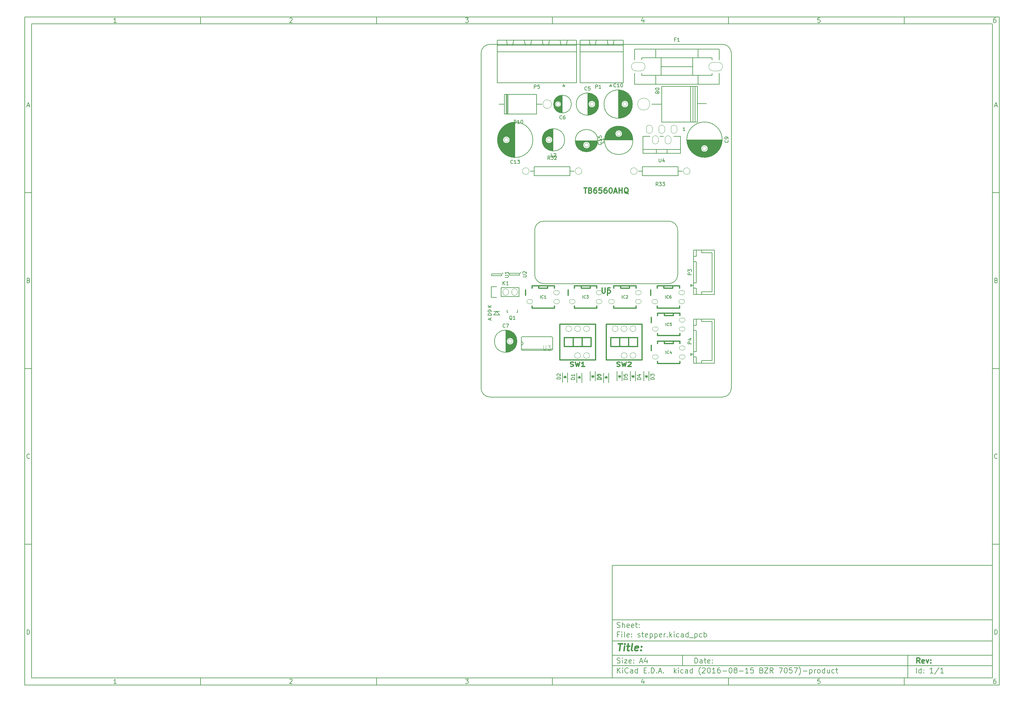
<source format=gbr>
G04 #@! TF.FileFunction,Legend,Top*
%FSLAX46Y46*%
G04 Gerber Fmt 4.6, Leading zero omitted, Abs format (unit mm)*
G04 Created by KiCad (PCBNEW (2016-08-15 BZR 7057)-product) date Tue Nov  8 12:42:18 2016*
%MOMM*%
%LPD*%
G01*
G04 APERTURE LIST*
%ADD10C,0.100000*%
%ADD11C,0.150000*%
%ADD12C,0.300000*%
%ADD13C,0.400000*%
%ADD14C,0.304800*%
%ADD15C,0.350000*%
%ADD16C,0.066040*%
%ADD17C,0.152400*%
%ADD18C,0.088900*%
G04 APERTURE END LIST*
D10*
D11*
X177002200Y-166007200D02*
X177002200Y-198007200D01*
X285002200Y-198007200D01*
X285002200Y-166007200D01*
X177002200Y-166007200D01*
D10*
D11*
X10000000Y-10000000D02*
X10000000Y-200007200D01*
X287002200Y-200007200D01*
X287002200Y-10000000D01*
X10000000Y-10000000D01*
D10*
D11*
X12000000Y-12000000D02*
X12000000Y-198007200D01*
X285002200Y-198007200D01*
X285002200Y-12000000D01*
X12000000Y-12000000D01*
D10*
D11*
X60000000Y-12000000D02*
X60000000Y-10000000D01*
D10*
D11*
X110000000Y-12000000D02*
X110000000Y-10000000D01*
D10*
D11*
X160000000Y-12000000D02*
X160000000Y-10000000D01*
D10*
D11*
X210000000Y-12000000D02*
X210000000Y-10000000D01*
D10*
D11*
X260000000Y-12000000D02*
X260000000Y-10000000D01*
D10*
D11*
X36065476Y-11588095D02*
X35322619Y-11588095D01*
X35694047Y-11588095D02*
X35694047Y-10288095D01*
X35570238Y-10473809D01*
X35446428Y-10597619D01*
X35322619Y-10659523D01*
D10*
D11*
X85322619Y-10411904D02*
X85384523Y-10350000D01*
X85508333Y-10288095D01*
X85817857Y-10288095D01*
X85941666Y-10350000D01*
X86003571Y-10411904D01*
X86065476Y-10535714D01*
X86065476Y-10659523D01*
X86003571Y-10845238D01*
X85260714Y-11588095D01*
X86065476Y-11588095D01*
D10*
D11*
X135260714Y-10288095D02*
X136065476Y-10288095D01*
X135632142Y-10783333D01*
X135817857Y-10783333D01*
X135941666Y-10845238D01*
X136003571Y-10907142D01*
X136065476Y-11030952D01*
X136065476Y-11340476D01*
X136003571Y-11464285D01*
X135941666Y-11526190D01*
X135817857Y-11588095D01*
X135446428Y-11588095D01*
X135322619Y-11526190D01*
X135260714Y-11464285D01*
D10*
D11*
X185941666Y-10721428D02*
X185941666Y-11588095D01*
X185632142Y-10226190D02*
X185322619Y-11154761D01*
X186127380Y-11154761D01*
D10*
D11*
X236003571Y-10288095D02*
X235384523Y-10288095D01*
X235322619Y-10907142D01*
X235384523Y-10845238D01*
X235508333Y-10783333D01*
X235817857Y-10783333D01*
X235941666Y-10845238D01*
X236003571Y-10907142D01*
X236065476Y-11030952D01*
X236065476Y-11340476D01*
X236003571Y-11464285D01*
X235941666Y-11526190D01*
X235817857Y-11588095D01*
X235508333Y-11588095D01*
X235384523Y-11526190D01*
X235322619Y-11464285D01*
D10*
D11*
X285941666Y-10288095D02*
X285694047Y-10288095D01*
X285570238Y-10350000D01*
X285508333Y-10411904D01*
X285384523Y-10597619D01*
X285322619Y-10845238D01*
X285322619Y-11340476D01*
X285384523Y-11464285D01*
X285446428Y-11526190D01*
X285570238Y-11588095D01*
X285817857Y-11588095D01*
X285941666Y-11526190D01*
X286003571Y-11464285D01*
X286065476Y-11340476D01*
X286065476Y-11030952D01*
X286003571Y-10907142D01*
X285941666Y-10845238D01*
X285817857Y-10783333D01*
X285570238Y-10783333D01*
X285446428Y-10845238D01*
X285384523Y-10907142D01*
X285322619Y-11030952D01*
D10*
D11*
X60000000Y-198007200D02*
X60000000Y-200007200D01*
D10*
D11*
X110000000Y-198007200D02*
X110000000Y-200007200D01*
D10*
D11*
X160000000Y-198007200D02*
X160000000Y-200007200D01*
D10*
D11*
X210000000Y-198007200D02*
X210000000Y-200007200D01*
D10*
D11*
X260000000Y-198007200D02*
X260000000Y-200007200D01*
D10*
D11*
X36065476Y-199595295D02*
X35322619Y-199595295D01*
X35694047Y-199595295D02*
X35694047Y-198295295D01*
X35570238Y-198481009D01*
X35446428Y-198604819D01*
X35322619Y-198666723D01*
D10*
D11*
X85322619Y-198419104D02*
X85384523Y-198357200D01*
X85508333Y-198295295D01*
X85817857Y-198295295D01*
X85941666Y-198357200D01*
X86003571Y-198419104D01*
X86065476Y-198542914D01*
X86065476Y-198666723D01*
X86003571Y-198852438D01*
X85260714Y-199595295D01*
X86065476Y-199595295D01*
D10*
D11*
X135260714Y-198295295D02*
X136065476Y-198295295D01*
X135632142Y-198790533D01*
X135817857Y-198790533D01*
X135941666Y-198852438D01*
X136003571Y-198914342D01*
X136065476Y-199038152D01*
X136065476Y-199347676D01*
X136003571Y-199471485D01*
X135941666Y-199533390D01*
X135817857Y-199595295D01*
X135446428Y-199595295D01*
X135322619Y-199533390D01*
X135260714Y-199471485D01*
D10*
D11*
X185941666Y-198728628D02*
X185941666Y-199595295D01*
X185632142Y-198233390D02*
X185322619Y-199161961D01*
X186127380Y-199161961D01*
D10*
D11*
X236003571Y-198295295D02*
X235384523Y-198295295D01*
X235322619Y-198914342D01*
X235384523Y-198852438D01*
X235508333Y-198790533D01*
X235817857Y-198790533D01*
X235941666Y-198852438D01*
X236003571Y-198914342D01*
X236065476Y-199038152D01*
X236065476Y-199347676D01*
X236003571Y-199471485D01*
X235941666Y-199533390D01*
X235817857Y-199595295D01*
X235508333Y-199595295D01*
X235384523Y-199533390D01*
X235322619Y-199471485D01*
D10*
D11*
X285941666Y-198295295D02*
X285694047Y-198295295D01*
X285570238Y-198357200D01*
X285508333Y-198419104D01*
X285384523Y-198604819D01*
X285322619Y-198852438D01*
X285322619Y-199347676D01*
X285384523Y-199471485D01*
X285446428Y-199533390D01*
X285570238Y-199595295D01*
X285817857Y-199595295D01*
X285941666Y-199533390D01*
X286003571Y-199471485D01*
X286065476Y-199347676D01*
X286065476Y-199038152D01*
X286003571Y-198914342D01*
X285941666Y-198852438D01*
X285817857Y-198790533D01*
X285570238Y-198790533D01*
X285446428Y-198852438D01*
X285384523Y-198914342D01*
X285322619Y-199038152D01*
D10*
D11*
X10000000Y-60000000D02*
X12000000Y-60000000D01*
D10*
D11*
X10000000Y-110000000D02*
X12000000Y-110000000D01*
D10*
D11*
X10000000Y-160000000D02*
X12000000Y-160000000D01*
D10*
D11*
X10690476Y-35216666D02*
X11309523Y-35216666D01*
X10566666Y-35588095D02*
X11000000Y-34288095D01*
X11433333Y-35588095D01*
D10*
D11*
X11092857Y-84907142D02*
X11278571Y-84969047D01*
X11340476Y-85030952D01*
X11402380Y-85154761D01*
X11402380Y-85340476D01*
X11340476Y-85464285D01*
X11278571Y-85526190D01*
X11154761Y-85588095D01*
X10659523Y-85588095D01*
X10659523Y-84288095D01*
X11092857Y-84288095D01*
X11216666Y-84350000D01*
X11278571Y-84411904D01*
X11340476Y-84535714D01*
X11340476Y-84659523D01*
X11278571Y-84783333D01*
X11216666Y-84845238D01*
X11092857Y-84907142D01*
X10659523Y-84907142D01*
D10*
D11*
X11402380Y-135464285D02*
X11340476Y-135526190D01*
X11154761Y-135588095D01*
X11030952Y-135588095D01*
X10845238Y-135526190D01*
X10721428Y-135402380D01*
X10659523Y-135278571D01*
X10597619Y-135030952D01*
X10597619Y-134845238D01*
X10659523Y-134597619D01*
X10721428Y-134473809D01*
X10845238Y-134350000D01*
X11030952Y-134288095D01*
X11154761Y-134288095D01*
X11340476Y-134350000D01*
X11402380Y-134411904D01*
D10*
D11*
X10659523Y-185588095D02*
X10659523Y-184288095D01*
X10969047Y-184288095D01*
X11154761Y-184350000D01*
X11278571Y-184473809D01*
X11340476Y-184597619D01*
X11402380Y-184845238D01*
X11402380Y-185030952D01*
X11340476Y-185278571D01*
X11278571Y-185402380D01*
X11154761Y-185526190D01*
X10969047Y-185588095D01*
X10659523Y-185588095D01*
D10*
D11*
X287002200Y-60000000D02*
X285002200Y-60000000D01*
D10*
D11*
X287002200Y-110000000D02*
X285002200Y-110000000D01*
D10*
D11*
X287002200Y-160000000D02*
X285002200Y-160000000D01*
D10*
D11*
X285692676Y-35216666D02*
X286311723Y-35216666D01*
X285568866Y-35588095D02*
X286002200Y-34288095D01*
X286435533Y-35588095D01*
D10*
D11*
X286095057Y-84907142D02*
X286280771Y-84969047D01*
X286342676Y-85030952D01*
X286404580Y-85154761D01*
X286404580Y-85340476D01*
X286342676Y-85464285D01*
X286280771Y-85526190D01*
X286156961Y-85588095D01*
X285661723Y-85588095D01*
X285661723Y-84288095D01*
X286095057Y-84288095D01*
X286218866Y-84350000D01*
X286280771Y-84411904D01*
X286342676Y-84535714D01*
X286342676Y-84659523D01*
X286280771Y-84783333D01*
X286218866Y-84845238D01*
X286095057Y-84907142D01*
X285661723Y-84907142D01*
D10*
D11*
X286404580Y-135464285D02*
X286342676Y-135526190D01*
X286156961Y-135588095D01*
X286033152Y-135588095D01*
X285847438Y-135526190D01*
X285723628Y-135402380D01*
X285661723Y-135278571D01*
X285599819Y-135030952D01*
X285599819Y-134845238D01*
X285661723Y-134597619D01*
X285723628Y-134473809D01*
X285847438Y-134350000D01*
X286033152Y-134288095D01*
X286156961Y-134288095D01*
X286342676Y-134350000D01*
X286404580Y-134411904D01*
D10*
D11*
X285661723Y-185588095D02*
X285661723Y-184288095D01*
X285971247Y-184288095D01*
X286156961Y-184350000D01*
X286280771Y-184473809D01*
X286342676Y-184597619D01*
X286404580Y-184845238D01*
X286404580Y-185030952D01*
X286342676Y-185278571D01*
X286280771Y-185402380D01*
X286156961Y-185526190D01*
X285971247Y-185588095D01*
X285661723Y-185588095D01*
D10*
D11*
X200434342Y-193785771D02*
X200434342Y-192285771D01*
X200791485Y-192285771D01*
X201005771Y-192357200D01*
X201148628Y-192500057D01*
X201220057Y-192642914D01*
X201291485Y-192928628D01*
X201291485Y-193142914D01*
X201220057Y-193428628D01*
X201148628Y-193571485D01*
X201005771Y-193714342D01*
X200791485Y-193785771D01*
X200434342Y-193785771D01*
X202577200Y-193785771D02*
X202577200Y-193000057D01*
X202505771Y-192857200D01*
X202362914Y-192785771D01*
X202077200Y-192785771D01*
X201934342Y-192857200D01*
X202577200Y-193714342D02*
X202434342Y-193785771D01*
X202077200Y-193785771D01*
X201934342Y-193714342D01*
X201862914Y-193571485D01*
X201862914Y-193428628D01*
X201934342Y-193285771D01*
X202077200Y-193214342D01*
X202434342Y-193214342D01*
X202577200Y-193142914D01*
X203077200Y-192785771D02*
X203648628Y-192785771D01*
X203291485Y-192285771D02*
X203291485Y-193571485D01*
X203362914Y-193714342D01*
X203505771Y-193785771D01*
X203648628Y-193785771D01*
X204720057Y-193714342D02*
X204577200Y-193785771D01*
X204291485Y-193785771D01*
X204148628Y-193714342D01*
X204077200Y-193571485D01*
X204077200Y-193000057D01*
X204148628Y-192857200D01*
X204291485Y-192785771D01*
X204577200Y-192785771D01*
X204720057Y-192857200D01*
X204791485Y-193000057D01*
X204791485Y-193142914D01*
X204077200Y-193285771D01*
X205434342Y-193642914D02*
X205505771Y-193714342D01*
X205434342Y-193785771D01*
X205362914Y-193714342D01*
X205434342Y-193642914D01*
X205434342Y-193785771D01*
X205434342Y-192857200D02*
X205505771Y-192928628D01*
X205434342Y-193000057D01*
X205362914Y-192928628D01*
X205434342Y-192857200D01*
X205434342Y-193000057D01*
D10*
D11*
X177002200Y-194507200D02*
X285002200Y-194507200D01*
D10*
D11*
X178434342Y-196585771D02*
X178434342Y-195085771D01*
X179291485Y-196585771D02*
X178648628Y-195728628D01*
X179291485Y-195085771D02*
X178434342Y-195942914D01*
X179934342Y-196585771D02*
X179934342Y-195585771D01*
X179934342Y-195085771D02*
X179862914Y-195157200D01*
X179934342Y-195228628D01*
X180005771Y-195157200D01*
X179934342Y-195085771D01*
X179934342Y-195228628D01*
X181505771Y-196442914D02*
X181434342Y-196514342D01*
X181220057Y-196585771D01*
X181077200Y-196585771D01*
X180862914Y-196514342D01*
X180720057Y-196371485D01*
X180648628Y-196228628D01*
X180577200Y-195942914D01*
X180577200Y-195728628D01*
X180648628Y-195442914D01*
X180720057Y-195300057D01*
X180862914Y-195157200D01*
X181077200Y-195085771D01*
X181220057Y-195085771D01*
X181434342Y-195157200D01*
X181505771Y-195228628D01*
X182791485Y-196585771D02*
X182791485Y-195800057D01*
X182720057Y-195657200D01*
X182577200Y-195585771D01*
X182291485Y-195585771D01*
X182148628Y-195657200D01*
X182791485Y-196514342D02*
X182648628Y-196585771D01*
X182291485Y-196585771D01*
X182148628Y-196514342D01*
X182077200Y-196371485D01*
X182077200Y-196228628D01*
X182148628Y-196085771D01*
X182291485Y-196014342D01*
X182648628Y-196014342D01*
X182791485Y-195942914D01*
X184148628Y-196585771D02*
X184148628Y-195085771D01*
X184148628Y-196514342D02*
X184005771Y-196585771D01*
X183720057Y-196585771D01*
X183577200Y-196514342D01*
X183505771Y-196442914D01*
X183434342Y-196300057D01*
X183434342Y-195871485D01*
X183505771Y-195728628D01*
X183577200Y-195657200D01*
X183720057Y-195585771D01*
X184005771Y-195585771D01*
X184148628Y-195657200D01*
X186005771Y-195800057D02*
X186505771Y-195800057D01*
X186720057Y-196585771D02*
X186005771Y-196585771D01*
X186005771Y-195085771D01*
X186720057Y-195085771D01*
X187362914Y-196442914D02*
X187434342Y-196514342D01*
X187362914Y-196585771D01*
X187291485Y-196514342D01*
X187362914Y-196442914D01*
X187362914Y-196585771D01*
X188077200Y-196585771D02*
X188077200Y-195085771D01*
X188434342Y-195085771D01*
X188648628Y-195157200D01*
X188791485Y-195300057D01*
X188862914Y-195442914D01*
X188934342Y-195728628D01*
X188934342Y-195942914D01*
X188862914Y-196228628D01*
X188791485Y-196371485D01*
X188648628Y-196514342D01*
X188434342Y-196585771D01*
X188077200Y-196585771D01*
X189577200Y-196442914D02*
X189648628Y-196514342D01*
X189577200Y-196585771D01*
X189505771Y-196514342D01*
X189577200Y-196442914D01*
X189577200Y-196585771D01*
X190220057Y-196157200D02*
X190934342Y-196157200D01*
X190077200Y-196585771D02*
X190577200Y-195085771D01*
X191077200Y-196585771D01*
X191577200Y-196442914D02*
X191648628Y-196514342D01*
X191577200Y-196585771D01*
X191505771Y-196514342D01*
X191577200Y-196442914D01*
X191577200Y-196585771D01*
X194577200Y-196585771D02*
X194577200Y-195085771D01*
X194720057Y-196014342D02*
X195148628Y-196585771D01*
X195148628Y-195585771D02*
X194577200Y-196157200D01*
X195791485Y-196585771D02*
X195791485Y-195585771D01*
X195791485Y-195085771D02*
X195720057Y-195157200D01*
X195791485Y-195228628D01*
X195862914Y-195157200D01*
X195791485Y-195085771D01*
X195791485Y-195228628D01*
X197148628Y-196514342D02*
X197005771Y-196585771D01*
X196720057Y-196585771D01*
X196577200Y-196514342D01*
X196505771Y-196442914D01*
X196434342Y-196300057D01*
X196434342Y-195871485D01*
X196505771Y-195728628D01*
X196577200Y-195657200D01*
X196720057Y-195585771D01*
X197005771Y-195585771D01*
X197148628Y-195657200D01*
X198434342Y-196585771D02*
X198434342Y-195800057D01*
X198362914Y-195657200D01*
X198220057Y-195585771D01*
X197934342Y-195585771D01*
X197791485Y-195657200D01*
X198434342Y-196514342D02*
X198291485Y-196585771D01*
X197934342Y-196585771D01*
X197791485Y-196514342D01*
X197720057Y-196371485D01*
X197720057Y-196228628D01*
X197791485Y-196085771D01*
X197934342Y-196014342D01*
X198291485Y-196014342D01*
X198434342Y-195942914D01*
X199791485Y-196585771D02*
X199791485Y-195085771D01*
X199791485Y-196514342D02*
X199648628Y-196585771D01*
X199362914Y-196585771D01*
X199220057Y-196514342D01*
X199148628Y-196442914D01*
X199077200Y-196300057D01*
X199077200Y-195871485D01*
X199148628Y-195728628D01*
X199220057Y-195657200D01*
X199362914Y-195585771D01*
X199648628Y-195585771D01*
X199791485Y-195657200D01*
X202077200Y-197157200D02*
X202005771Y-197085771D01*
X201862914Y-196871485D01*
X201791485Y-196728628D01*
X201720057Y-196514342D01*
X201648628Y-196157200D01*
X201648628Y-195871485D01*
X201720057Y-195514342D01*
X201791485Y-195300057D01*
X201862914Y-195157200D01*
X202005771Y-194942914D01*
X202077200Y-194871485D01*
X202577200Y-195228628D02*
X202648628Y-195157200D01*
X202791485Y-195085771D01*
X203148628Y-195085771D01*
X203291485Y-195157200D01*
X203362914Y-195228628D01*
X203434342Y-195371485D01*
X203434342Y-195514342D01*
X203362914Y-195728628D01*
X202505771Y-196585771D01*
X203434342Y-196585771D01*
X204362914Y-195085771D02*
X204505771Y-195085771D01*
X204648628Y-195157200D01*
X204720057Y-195228628D01*
X204791485Y-195371485D01*
X204862914Y-195657200D01*
X204862914Y-196014342D01*
X204791485Y-196300057D01*
X204720057Y-196442914D01*
X204648628Y-196514342D01*
X204505771Y-196585771D01*
X204362914Y-196585771D01*
X204220057Y-196514342D01*
X204148628Y-196442914D01*
X204077200Y-196300057D01*
X204005771Y-196014342D01*
X204005771Y-195657200D01*
X204077200Y-195371485D01*
X204148628Y-195228628D01*
X204220057Y-195157200D01*
X204362914Y-195085771D01*
X206291485Y-196585771D02*
X205434342Y-196585771D01*
X205862914Y-196585771D02*
X205862914Y-195085771D01*
X205720057Y-195300057D01*
X205577200Y-195442914D01*
X205434342Y-195514342D01*
X207577200Y-195085771D02*
X207291485Y-195085771D01*
X207148628Y-195157200D01*
X207077200Y-195228628D01*
X206934342Y-195442914D01*
X206862914Y-195728628D01*
X206862914Y-196300057D01*
X206934342Y-196442914D01*
X207005771Y-196514342D01*
X207148628Y-196585771D01*
X207434342Y-196585771D01*
X207577200Y-196514342D01*
X207648628Y-196442914D01*
X207720057Y-196300057D01*
X207720057Y-195942914D01*
X207648628Y-195800057D01*
X207577200Y-195728628D01*
X207434342Y-195657200D01*
X207148628Y-195657200D01*
X207005771Y-195728628D01*
X206934342Y-195800057D01*
X206862914Y-195942914D01*
X208362914Y-196014342D02*
X209505771Y-196014342D01*
X210505771Y-195085771D02*
X210648628Y-195085771D01*
X210791485Y-195157200D01*
X210862914Y-195228628D01*
X210934342Y-195371485D01*
X211005771Y-195657200D01*
X211005771Y-196014342D01*
X210934342Y-196300057D01*
X210862914Y-196442914D01*
X210791485Y-196514342D01*
X210648628Y-196585771D01*
X210505771Y-196585771D01*
X210362914Y-196514342D01*
X210291485Y-196442914D01*
X210220057Y-196300057D01*
X210148628Y-196014342D01*
X210148628Y-195657200D01*
X210220057Y-195371485D01*
X210291485Y-195228628D01*
X210362914Y-195157200D01*
X210505771Y-195085771D01*
X211862914Y-195728628D02*
X211720057Y-195657200D01*
X211648628Y-195585771D01*
X211577200Y-195442914D01*
X211577200Y-195371485D01*
X211648628Y-195228628D01*
X211720057Y-195157200D01*
X211862914Y-195085771D01*
X212148628Y-195085771D01*
X212291485Y-195157200D01*
X212362914Y-195228628D01*
X212434342Y-195371485D01*
X212434342Y-195442914D01*
X212362914Y-195585771D01*
X212291485Y-195657200D01*
X212148628Y-195728628D01*
X211862914Y-195728628D01*
X211720057Y-195800057D01*
X211648628Y-195871485D01*
X211577200Y-196014342D01*
X211577200Y-196300057D01*
X211648628Y-196442914D01*
X211720057Y-196514342D01*
X211862914Y-196585771D01*
X212148628Y-196585771D01*
X212291485Y-196514342D01*
X212362914Y-196442914D01*
X212434342Y-196300057D01*
X212434342Y-196014342D01*
X212362914Y-195871485D01*
X212291485Y-195800057D01*
X212148628Y-195728628D01*
X213077200Y-196014342D02*
X214220057Y-196014342D01*
X215720057Y-196585771D02*
X214862914Y-196585771D01*
X215291485Y-196585771D02*
X215291485Y-195085771D01*
X215148628Y-195300057D01*
X215005771Y-195442914D01*
X214862914Y-195514342D01*
X217077200Y-195085771D02*
X216362914Y-195085771D01*
X216291485Y-195800057D01*
X216362914Y-195728628D01*
X216505771Y-195657200D01*
X216862914Y-195657200D01*
X217005771Y-195728628D01*
X217077200Y-195800057D01*
X217148628Y-195942914D01*
X217148628Y-196300057D01*
X217077200Y-196442914D01*
X217005771Y-196514342D01*
X216862914Y-196585771D01*
X216505771Y-196585771D01*
X216362914Y-196514342D01*
X216291485Y-196442914D01*
X219434342Y-195800057D02*
X219648628Y-195871485D01*
X219720057Y-195942914D01*
X219791485Y-196085771D01*
X219791485Y-196300057D01*
X219720057Y-196442914D01*
X219648628Y-196514342D01*
X219505771Y-196585771D01*
X218934342Y-196585771D01*
X218934342Y-195085771D01*
X219434342Y-195085771D01*
X219577200Y-195157200D01*
X219648628Y-195228628D01*
X219720057Y-195371485D01*
X219720057Y-195514342D01*
X219648628Y-195657200D01*
X219577200Y-195728628D01*
X219434342Y-195800057D01*
X218934342Y-195800057D01*
X220291485Y-195085771D02*
X221291485Y-195085771D01*
X220291485Y-196585771D01*
X221291485Y-196585771D01*
X222720057Y-196585771D02*
X222220057Y-195871485D01*
X221862914Y-196585771D02*
X221862914Y-195085771D01*
X222434342Y-195085771D01*
X222577200Y-195157200D01*
X222648628Y-195228628D01*
X222720057Y-195371485D01*
X222720057Y-195585771D01*
X222648628Y-195728628D01*
X222577200Y-195800057D01*
X222434342Y-195871485D01*
X221862914Y-195871485D01*
X224362914Y-195085771D02*
X225362914Y-195085771D01*
X224720057Y-196585771D01*
X226220057Y-195085771D02*
X226362914Y-195085771D01*
X226505771Y-195157200D01*
X226577200Y-195228628D01*
X226648628Y-195371485D01*
X226720057Y-195657200D01*
X226720057Y-196014342D01*
X226648628Y-196300057D01*
X226577200Y-196442914D01*
X226505771Y-196514342D01*
X226362914Y-196585771D01*
X226220057Y-196585771D01*
X226077200Y-196514342D01*
X226005771Y-196442914D01*
X225934342Y-196300057D01*
X225862914Y-196014342D01*
X225862914Y-195657200D01*
X225934342Y-195371485D01*
X226005771Y-195228628D01*
X226077200Y-195157200D01*
X226220057Y-195085771D01*
X228077200Y-195085771D02*
X227362914Y-195085771D01*
X227291485Y-195800057D01*
X227362914Y-195728628D01*
X227505771Y-195657200D01*
X227862914Y-195657200D01*
X228005771Y-195728628D01*
X228077200Y-195800057D01*
X228148628Y-195942914D01*
X228148628Y-196300057D01*
X228077200Y-196442914D01*
X228005771Y-196514342D01*
X227862914Y-196585771D01*
X227505771Y-196585771D01*
X227362914Y-196514342D01*
X227291485Y-196442914D01*
X228648628Y-195085771D02*
X229648628Y-195085771D01*
X229005771Y-196585771D01*
X230077199Y-197157200D02*
X230148628Y-197085771D01*
X230291485Y-196871485D01*
X230362914Y-196728628D01*
X230434342Y-196514342D01*
X230505771Y-196157200D01*
X230505771Y-195871485D01*
X230434342Y-195514342D01*
X230362914Y-195300057D01*
X230291485Y-195157200D01*
X230148628Y-194942914D01*
X230077199Y-194871485D01*
X231220057Y-196014342D02*
X232362914Y-196014342D01*
X233077199Y-195585771D02*
X233077199Y-197085771D01*
X233077199Y-195657200D02*
X233220057Y-195585771D01*
X233505771Y-195585771D01*
X233648628Y-195657200D01*
X233720057Y-195728628D01*
X233791485Y-195871485D01*
X233791485Y-196300057D01*
X233720057Y-196442914D01*
X233648628Y-196514342D01*
X233505771Y-196585771D01*
X233220057Y-196585771D01*
X233077199Y-196514342D01*
X234434342Y-196585771D02*
X234434342Y-195585771D01*
X234434342Y-195871485D02*
X234505771Y-195728628D01*
X234577199Y-195657200D01*
X234720057Y-195585771D01*
X234862914Y-195585771D01*
X235577199Y-196585771D02*
X235434342Y-196514342D01*
X235362914Y-196442914D01*
X235291485Y-196300057D01*
X235291485Y-195871485D01*
X235362914Y-195728628D01*
X235434342Y-195657200D01*
X235577199Y-195585771D01*
X235791485Y-195585771D01*
X235934342Y-195657200D01*
X236005771Y-195728628D01*
X236077199Y-195871485D01*
X236077199Y-196300057D01*
X236005771Y-196442914D01*
X235934342Y-196514342D01*
X235791485Y-196585771D01*
X235577199Y-196585771D01*
X237362914Y-196585771D02*
X237362914Y-195085771D01*
X237362914Y-196514342D02*
X237220057Y-196585771D01*
X236934342Y-196585771D01*
X236791485Y-196514342D01*
X236720057Y-196442914D01*
X236648628Y-196300057D01*
X236648628Y-195871485D01*
X236720057Y-195728628D01*
X236791485Y-195657200D01*
X236934342Y-195585771D01*
X237220057Y-195585771D01*
X237362914Y-195657200D01*
X238720057Y-195585771D02*
X238720057Y-196585771D01*
X238077199Y-195585771D02*
X238077199Y-196371485D01*
X238148628Y-196514342D01*
X238291485Y-196585771D01*
X238505771Y-196585771D01*
X238648628Y-196514342D01*
X238720057Y-196442914D01*
X240077199Y-196514342D02*
X239934342Y-196585771D01*
X239648628Y-196585771D01*
X239505771Y-196514342D01*
X239434342Y-196442914D01*
X239362914Y-196300057D01*
X239362914Y-195871485D01*
X239434342Y-195728628D01*
X239505771Y-195657200D01*
X239648628Y-195585771D01*
X239934342Y-195585771D01*
X240077199Y-195657200D01*
X240505771Y-195585771D02*
X241077199Y-195585771D01*
X240720057Y-195085771D02*
X240720057Y-196371485D01*
X240791485Y-196514342D01*
X240934342Y-196585771D01*
X241077199Y-196585771D01*
D10*
D11*
X177002200Y-191507200D02*
X285002200Y-191507200D01*
D10*
D12*
X264411485Y-193785771D02*
X263911485Y-193071485D01*
X263554342Y-193785771D02*
X263554342Y-192285771D01*
X264125771Y-192285771D01*
X264268628Y-192357200D01*
X264340057Y-192428628D01*
X264411485Y-192571485D01*
X264411485Y-192785771D01*
X264340057Y-192928628D01*
X264268628Y-193000057D01*
X264125771Y-193071485D01*
X263554342Y-193071485D01*
X265625771Y-193714342D02*
X265482914Y-193785771D01*
X265197200Y-193785771D01*
X265054342Y-193714342D01*
X264982914Y-193571485D01*
X264982914Y-193000057D01*
X265054342Y-192857200D01*
X265197200Y-192785771D01*
X265482914Y-192785771D01*
X265625771Y-192857200D01*
X265697200Y-193000057D01*
X265697200Y-193142914D01*
X264982914Y-193285771D01*
X266197200Y-192785771D02*
X266554342Y-193785771D01*
X266911485Y-192785771D01*
X267482914Y-193642914D02*
X267554342Y-193714342D01*
X267482914Y-193785771D01*
X267411485Y-193714342D01*
X267482914Y-193642914D01*
X267482914Y-193785771D01*
X267482914Y-192857200D02*
X267554342Y-192928628D01*
X267482914Y-193000057D01*
X267411485Y-192928628D01*
X267482914Y-192857200D01*
X267482914Y-193000057D01*
D10*
D11*
X178362914Y-193714342D02*
X178577200Y-193785771D01*
X178934342Y-193785771D01*
X179077200Y-193714342D01*
X179148628Y-193642914D01*
X179220057Y-193500057D01*
X179220057Y-193357200D01*
X179148628Y-193214342D01*
X179077200Y-193142914D01*
X178934342Y-193071485D01*
X178648628Y-193000057D01*
X178505771Y-192928628D01*
X178434342Y-192857200D01*
X178362914Y-192714342D01*
X178362914Y-192571485D01*
X178434342Y-192428628D01*
X178505771Y-192357200D01*
X178648628Y-192285771D01*
X179005771Y-192285771D01*
X179220057Y-192357200D01*
X179862914Y-193785771D02*
X179862914Y-192785771D01*
X179862914Y-192285771D02*
X179791485Y-192357200D01*
X179862914Y-192428628D01*
X179934342Y-192357200D01*
X179862914Y-192285771D01*
X179862914Y-192428628D01*
X180434342Y-192785771D02*
X181220057Y-192785771D01*
X180434342Y-193785771D01*
X181220057Y-193785771D01*
X182362914Y-193714342D02*
X182220057Y-193785771D01*
X181934342Y-193785771D01*
X181791485Y-193714342D01*
X181720057Y-193571485D01*
X181720057Y-193000057D01*
X181791485Y-192857200D01*
X181934342Y-192785771D01*
X182220057Y-192785771D01*
X182362914Y-192857200D01*
X182434342Y-193000057D01*
X182434342Y-193142914D01*
X181720057Y-193285771D01*
X183077200Y-193642914D02*
X183148628Y-193714342D01*
X183077200Y-193785771D01*
X183005771Y-193714342D01*
X183077200Y-193642914D01*
X183077200Y-193785771D01*
X183077200Y-192857200D02*
X183148628Y-192928628D01*
X183077200Y-193000057D01*
X183005771Y-192928628D01*
X183077200Y-192857200D01*
X183077200Y-193000057D01*
X184862914Y-193357200D02*
X185577200Y-193357200D01*
X184720057Y-193785771D02*
X185220057Y-192285771D01*
X185720057Y-193785771D01*
X186862914Y-192785771D02*
X186862914Y-193785771D01*
X186505771Y-192214342D02*
X186148628Y-193285771D01*
X187077200Y-193285771D01*
D10*
D11*
X263434342Y-196585771D02*
X263434342Y-195085771D01*
X264791485Y-196585771D02*
X264791485Y-195085771D01*
X264791485Y-196514342D02*
X264648628Y-196585771D01*
X264362914Y-196585771D01*
X264220057Y-196514342D01*
X264148628Y-196442914D01*
X264077200Y-196300057D01*
X264077200Y-195871485D01*
X264148628Y-195728628D01*
X264220057Y-195657200D01*
X264362914Y-195585771D01*
X264648628Y-195585771D01*
X264791485Y-195657200D01*
X265505771Y-196442914D02*
X265577200Y-196514342D01*
X265505771Y-196585771D01*
X265434342Y-196514342D01*
X265505771Y-196442914D01*
X265505771Y-196585771D01*
X265505771Y-195657200D02*
X265577200Y-195728628D01*
X265505771Y-195800057D01*
X265434342Y-195728628D01*
X265505771Y-195657200D01*
X265505771Y-195800057D01*
X268148628Y-196585771D02*
X267291485Y-196585771D01*
X267720057Y-196585771D02*
X267720057Y-195085771D01*
X267577200Y-195300057D01*
X267434342Y-195442914D01*
X267291485Y-195514342D01*
X269862914Y-195014342D02*
X268577200Y-196942914D01*
X271148628Y-196585771D02*
X270291485Y-196585771D01*
X270720057Y-196585771D02*
X270720057Y-195085771D01*
X270577200Y-195300057D01*
X270434342Y-195442914D01*
X270291485Y-195514342D01*
D10*
D11*
X177002200Y-187507200D02*
X285002200Y-187507200D01*
D10*
D13*
X178714580Y-188211961D02*
X179857438Y-188211961D01*
X179036009Y-190211961D02*
X179286009Y-188211961D01*
X180274104Y-190211961D02*
X180440771Y-188878628D01*
X180524104Y-188211961D02*
X180416961Y-188307200D01*
X180500295Y-188402438D01*
X180607438Y-188307200D01*
X180524104Y-188211961D01*
X180500295Y-188402438D01*
X181107438Y-188878628D02*
X181869342Y-188878628D01*
X181476485Y-188211961D02*
X181262200Y-189926247D01*
X181333628Y-190116723D01*
X181512200Y-190211961D01*
X181702676Y-190211961D01*
X182655057Y-190211961D02*
X182476485Y-190116723D01*
X182405057Y-189926247D01*
X182619342Y-188211961D01*
X184190771Y-190116723D02*
X183988390Y-190211961D01*
X183607438Y-190211961D01*
X183428866Y-190116723D01*
X183357438Y-189926247D01*
X183452676Y-189164342D01*
X183571723Y-188973866D01*
X183774104Y-188878628D01*
X184155057Y-188878628D01*
X184333628Y-188973866D01*
X184405057Y-189164342D01*
X184381247Y-189354819D01*
X183405057Y-189545295D01*
X185155057Y-190021485D02*
X185238390Y-190116723D01*
X185131247Y-190211961D01*
X185047914Y-190116723D01*
X185155057Y-190021485D01*
X185131247Y-190211961D01*
X185286009Y-188973866D02*
X185369342Y-189069104D01*
X185262200Y-189164342D01*
X185178866Y-189069104D01*
X185286009Y-188973866D01*
X185262200Y-189164342D01*
D10*
D11*
X178934342Y-185600057D02*
X178434342Y-185600057D01*
X178434342Y-186385771D02*
X178434342Y-184885771D01*
X179148628Y-184885771D01*
X179720057Y-186385771D02*
X179720057Y-185385771D01*
X179720057Y-184885771D02*
X179648628Y-184957200D01*
X179720057Y-185028628D01*
X179791485Y-184957200D01*
X179720057Y-184885771D01*
X179720057Y-185028628D01*
X180648628Y-186385771D02*
X180505771Y-186314342D01*
X180434342Y-186171485D01*
X180434342Y-184885771D01*
X181791485Y-186314342D02*
X181648628Y-186385771D01*
X181362914Y-186385771D01*
X181220057Y-186314342D01*
X181148628Y-186171485D01*
X181148628Y-185600057D01*
X181220057Y-185457200D01*
X181362914Y-185385771D01*
X181648628Y-185385771D01*
X181791485Y-185457200D01*
X181862914Y-185600057D01*
X181862914Y-185742914D01*
X181148628Y-185885771D01*
X182505771Y-186242914D02*
X182577200Y-186314342D01*
X182505771Y-186385771D01*
X182434342Y-186314342D01*
X182505771Y-186242914D01*
X182505771Y-186385771D01*
X182505771Y-185457200D02*
X182577200Y-185528628D01*
X182505771Y-185600057D01*
X182434342Y-185528628D01*
X182505771Y-185457200D01*
X182505771Y-185600057D01*
X184291485Y-186314342D02*
X184434342Y-186385771D01*
X184720057Y-186385771D01*
X184862914Y-186314342D01*
X184934342Y-186171485D01*
X184934342Y-186100057D01*
X184862914Y-185957200D01*
X184720057Y-185885771D01*
X184505771Y-185885771D01*
X184362914Y-185814342D01*
X184291485Y-185671485D01*
X184291485Y-185600057D01*
X184362914Y-185457200D01*
X184505771Y-185385771D01*
X184720057Y-185385771D01*
X184862914Y-185457200D01*
X185362914Y-185385771D02*
X185934342Y-185385771D01*
X185577200Y-184885771D02*
X185577200Y-186171485D01*
X185648628Y-186314342D01*
X185791485Y-186385771D01*
X185934342Y-186385771D01*
X187005771Y-186314342D02*
X186862914Y-186385771D01*
X186577200Y-186385771D01*
X186434342Y-186314342D01*
X186362914Y-186171485D01*
X186362914Y-185600057D01*
X186434342Y-185457200D01*
X186577200Y-185385771D01*
X186862914Y-185385771D01*
X187005771Y-185457200D01*
X187077200Y-185600057D01*
X187077200Y-185742914D01*
X186362914Y-185885771D01*
X187720057Y-185385771D02*
X187720057Y-186885771D01*
X187720057Y-185457200D02*
X187862914Y-185385771D01*
X188148628Y-185385771D01*
X188291485Y-185457200D01*
X188362914Y-185528628D01*
X188434342Y-185671485D01*
X188434342Y-186100057D01*
X188362914Y-186242914D01*
X188291485Y-186314342D01*
X188148628Y-186385771D01*
X187862914Y-186385771D01*
X187720057Y-186314342D01*
X189077200Y-185385771D02*
X189077200Y-186885771D01*
X189077200Y-185457200D02*
X189220057Y-185385771D01*
X189505771Y-185385771D01*
X189648628Y-185457200D01*
X189720057Y-185528628D01*
X189791485Y-185671485D01*
X189791485Y-186100057D01*
X189720057Y-186242914D01*
X189648628Y-186314342D01*
X189505771Y-186385771D01*
X189220057Y-186385771D01*
X189077200Y-186314342D01*
X191005771Y-186314342D02*
X190862914Y-186385771D01*
X190577200Y-186385771D01*
X190434342Y-186314342D01*
X190362914Y-186171485D01*
X190362914Y-185600057D01*
X190434342Y-185457200D01*
X190577200Y-185385771D01*
X190862914Y-185385771D01*
X191005771Y-185457200D01*
X191077200Y-185600057D01*
X191077200Y-185742914D01*
X190362914Y-185885771D01*
X191720057Y-186385771D02*
X191720057Y-185385771D01*
X191720057Y-185671485D02*
X191791485Y-185528628D01*
X191862914Y-185457200D01*
X192005771Y-185385771D01*
X192148628Y-185385771D01*
X192648628Y-186242914D02*
X192720057Y-186314342D01*
X192648628Y-186385771D01*
X192577200Y-186314342D01*
X192648628Y-186242914D01*
X192648628Y-186385771D01*
X193362914Y-186385771D02*
X193362914Y-184885771D01*
X193505771Y-185814342D02*
X193934342Y-186385771D01*
X193934342Y-185385771D02*
X193362914Y-185957200D01*
X194577200Y-186385771D02*
X194577200Y-185385771D01*
X194577200Y-184885771D02*
X194505771Y-184957200D01*
X194577200Y-185028628D01*
X194648628Y-184957200D01*
X194577200Y-184885771D01*
X194577200Y-185028628D01*
X195934342Y-186314342D02*
X195791485Y-186385771D01*
X195505771Y-186385771D01*
X195362914Y-186314342D01*
X195291485Y-186242914D01*
X195220057Y-186100057D01*
X195220057Y-185671485D01*
X195291485Y-185528628D01*
X195362914Y-185457200D01*
X195505771Y-185385771D01*
X195791485Y-185385771D01*
X195934342Y-185457200D01*
X197220057Y-186385771D02*
X197220057Y-185600057D01*
X197148628Y-185457200D01*
X197005771Y-185385771D01*
X196720057Y-185385771D01*
X196577200Y-185457200D01*
X197220057Y-186314342D02*
X197077200Y-186385771D01*
X196720057Y-186385771D01*
X196577200Y-186314342D01*
X196505771Y-186171485D01*
X196505771Y-186028628D01*
X196577200Y-185885771D01*
X196720057Y-185814342D01*
X197077200Y-185814342D01*
X197220057Y-185742914D01*
X198577200Y-186385771D02*
X198577200Y-184885771D01*
X198577200Y-186314342D02*
X198434342Y-186385771D01*
X198148628Y-186385771D01*
X198005771Y-186314342D01*
X197934342Y-186242914D01*
X197862914Y-186100057D01*
X197862914Y-185671485D01*
X197934342Y-185528628D01*
X198005771Y-185457200D01*
X198148628Y-185385771D01*
X198434342Y-185385771D01*
X198577200Y-185457200D01*
X198934342Y-186528628D02*
X200077200Y-186528628D01*
X200434342Y-185385771D02*
X200434342Y-186885771D01*
X200434342Y-185457200D02*
X200577200Y-185385771D01*
X200862914Y-185385771D01*
X201005771Y-185457200D01*
X201077200Y-185528628D01*
X201148628Y-185671485D01*
X201148628Y-186100057D01*
X201077200Y-186242914D01*
X201005771Y-186314342D01*
X200862914Y-186385771D01*
X200577200Y-186385771D01*
X200434342Y-186314342D01*
X202434342Y-186314342D02*
X202291485Y-186385771D01*
X202005771Y-186385771D01*
X201862914Y-186314342D01*
X201791485Y-186242914D01*
X201720057Y-186100057D01*
X201720057Y-185671485D01*
X201791485Y-185528628D01*
X201862914Y-185457200D01*
X202005771Y-185385771D01*
X202291485Y-185385771D01*
X202434342Y-185457200D01*
X203077200Y-186385771D02*
X203077200Y-184885771D01*
X203077200Y-185457200D02*
X203220057Y-185385771D01*
X203505771Y-185385771D01*
X203648628Y-185457200D01*
X203720057Y-185528628D01*
X203791485Y-185671485D01*
X203791485Y-186100057D01*
X203720057Y-186242914D01*
X203648628Y-186314342D01*
X203505771Y-186385771D01*
X203220057Y-186385771D01*
X203077200Y-186314342D01*
D10*
D11*
X177002200Y-181507200D02*
X285002200Y-181507200D01*
D10*
D11*
X178362914Y-183614342D02*
X178577200Y-183685771D01*
X178934342Y-183685771D01*
X179077200Y-183614342D01*
X179148628Y-183542914D01*
X179220057Y-183400057D01*
X179220057Y-183257200D01*
X179148628Y-183114342D01*
X179077200Y-183042914D01*
X178934342Y-182971485D01*
X178648628Y-182900057D01*
X178505771Y-182828628D01*
X178434342Y-182757200D01*
X178362914Y-182614342D01*
X178362914Y-182471485D01*
X178434342Y-182328628D01*
X178505771Y-182257200D01*
X178648628Y-182185771D01*
X179005771Y-182185771D01*
X179220057Y-182257200D01*
X179862914Y-183685771D02*
X179862914Y-182185771D01*
X180505771Y-183685771D02*
X180505771Y-182900057D01*
X180434342Y-182757200D01*
X180291485Y-182685771D01*
X180077200Y-182685771D01*
X179934342Y-182757200D01*
X179862914Y-182828628D01*
X181791485Y-183614342D02*
X181648628Y-183685771D01*
X181362914Y-183685771D01*
X181220057Y-183614342D01*
X181148628Y-183471485D01*
X181148628Y-182900057D01*
X181220057Y-182757200D01*
X181362914Y-182685771D01*
X181648628Y-182685771D01*
X181791485Y-182757200D01*
X181862914Y-182900057D01*
X181862914Y-183042914D01*
X181148628Y-183185771D01*
X183077200Y-183614342D02*
X182934342Y-183685771D01*
X182648628Y-183685771D01*
X182505771Y-183614342D01*
X182434342Y-183471485D01*
X182434342Y-182900057D01*
X182505771Y-182757200D01*
X182648628Y-182685771D01*
X182934342Y-182685771D01*
X183077200Y-182757200D01*
X183148628Y-182900057D01*
X183148628Y-183042914D01*
X182434342Y-183185771D01*
X183577200Y-182685771D02*
X184148628Y-182685771D01*
X183791485Y-182185771D02*
X183791485Y-183471485D01*
X183862914Y-183614342D01*
X184005771Y-183685771D01*
X184148628Y-183685771D01*
X184648628Y-183542914D02*
X184720057Y-183614342D01*
X184648628Y-183685771D01*
X184577200Y-183614342D01*
X184648628Y-183542914D01*
X184648628Y-183685771D01*
X184648628Y-182757200D02*
X184720057Y-182828628D01*
X184648628Y-182900057D01*
X184577200Y-182828628D01*
X184648628Y-182757200D01*
X184648628Y-182900057D01*
D10*
D11*
X197002200Y-191507200D02*
X197002200Y-194507200D01*
D10*
D11*
X261002200Y-191507200D02*
X261002200Y-198007200D01*
X139700000Y-115570000D02*
G75*
G03X142240000Y-118110000I2540000J0D01*
G01*
X208280000Y-118110000D02*
G75*
G03X210820000Y-115570000I0J2540000D01*
G01*
X142240000Y-17780000D02*
G75*
G03X139700000Y-20320000I0J-2540000D01*
G01*
X210820000Y-115570000D02*
X210820000Y-20320000D01*
X210820000Y-20320000D02*
G75*
G03X208280000Y-17780000I-2540000J0D01*
G01*
X142240000Y-118110000D02*
X208280000Y-118110000D01*
X139700000Y-20320000D02*
X139700000Y-115570000D01*
X208280000Y-17780000D02*
X142240000Y-17780000D01*
D14*
X163322000Y-103759000D02*
X163322000Y-101219000D01*
X163322000Y-101219000D02*
X170942000Y-101219000D01*
X170942000Y-101219000D02*
X170942000Y-103759000D01*
X170942000Y-103759000D02*
X163322000Y-103759000D01*
X162052000Y-97409000D02*
X172212000Y-97409000D01*
X172212000Y-97409000D02*
X172212000Y-107569000D01*
X172212000Y-107569000D02*
X162052000Y-107569000D01*
X162052000Y-107569000D02*
X162052000Y-97409000D01*
X165862000Y-101219000D02*
X165862000Y-103759000D01*
X168402000Y-101219000D02*
X168402000Y-103759000D01*
X181610000Y-101219000D02*
X181610000Y-103759000D01*
X179070000Y-101219000D02*
X179070000Y-103759000D01*
X175260000Y-107569000D02*
X175260000Y-97409000D01*
X185420000Y-107569000D02*
X175260000Y-107569000D01*
X185420000Y-97409000D02*
X185420000Y-107569000D01*
X175260000Y-97409000D02*
X185420000Y-97409000D01*
X184150000Y-103759000D02*
X176530000Y-103759000D01*
X184150000Y-101219000D02*
X184150000Y-103759000D01*
X176530000Y-101219000D02*
X184150000Y-101219000D01*
X176530000Y-103759000D02*
X176530000Y-101219000D01*
D15*
X152353000Y-87662000D02*
X152353000Y-89162000D01*
X158623000Y-86487000D02*
X158623000Y-87122000D01*
X158623000Y-87122000D02*
X156083000Y-87122000D01*
X156083000Y-87122000D02*
X156083000Y-86487000D01*
X160528000Y-87122000D02*
X160528000Y-86487000D01*
X160528000Y-86487000D02*
X154178000Y-86487000D01*
X154178000Y-86487000D02*
X154178000Y-87122000D01*
X154178000Y-92202000D02*
X154178000Y-92837000D01*
X154178000Y-92837000D02*
X160528000Y-92837000D01*
X160528000Y-92837000D02*
X160528000Y-92202000D01*
X183769000Y-92837000D02*
X183769000Y-92202000D01*
X177419000Y-92837000D02*
X183769000Y-92837000D01*
X177419000Y-92202000D02*
X177419000Y-92837000D01*
X177419000Y-86487000D02*
X177419000Y-87122000D01*
X183769000Y-86487000D02*
X177419000Y-86487000D01*
X183769000Y-87122000D02*
X183769000Y-86487000D01*
X179324000Y-87122000D02*
X179324000Y-86487000D01*
X181864000Y-87122000D02*
X179324000Y-87122000D01*
X181864000Y-86487000D02*
X181864000Y-87122000D01*
X175594000Y-87662000D02*
X175594000Y-89162000D01*
X164418000Y-87662000D02*
X164418000Y-89162000D01*
X170688000Y-86487000D02*
X170688000Y-87122000D01*
X170688000Y-87122000D02*
X168148000Y-87122000D01*
X168148000Y-87122000D02*
X168148000Y-86487000D01*
X172593000Y-87122000D02*
X172593000Y-86487000D01*
X172593000Y-86487000D02*
X166243000Y-86487000D01*
X166243000Y-86487000D02*
X166243000Y-87122000D01*
X166243000Y-92202000D02*
X166243000Y-92837000D01*
X166243000Y-92837000D02*
X172593000Y-92837000D01*
X172593000Y-92837000D02*
X172593000Y-92202000D01*
D11*
X191008000Y-34798040D02*
X188214000Y-34798040D01*
X201168000Y-34671040D02*
X203708000Y-34671040D01*
X191008000Y-29718040D02*
X201168000Y-29718040D01*
X191008000Y-39878040D02*
X201168000Y-39878040D01*
X199263000Y-39878040D02*
X199263000Y-29718040D01*
X199898000Y-39878040D02*
X199898000Y-29718040D01*
X200533000Y-39878040D02*
X200533000Y-29718040D01*
X191008000Y-39878040D02*
X191008000Y-29718040D01*
X201168000Y-39878040D02*
X201168000Y-29718040D01*
D15*
X188040000Y-103410000D02*
X188040000Y-104910000D01*
X194310000Y-102235000D02*
X194310000Y-102870000D01*
X194310000Y-102870000D02*
X191770000Y-102870000D01*
X191770000Y-102870000D02*
X191770000Y-102235000D01*
X196215000Y-102870000D02*
X196215000Y-102235000D01*
X196215000Y-102235000D02*
X189865000Y-102235000D01*
X189865000Y-102235000D02*
X189865000Y-102870000D01*
X189865000Y-107950000D02*
X189865000Y-108585000D01*
X189865000Y-108585000D02*
X196215000Y-108585000D01*
X196215000Y-108585000D02*
X196215000Y-107950000D01*
X196215000Y-100647500D02*
X196215000Y-100012500D01*
X189865000Y-100647500D02*
X196215000Y-100647500D01*
X189865000Y-100012500D02*
X189865000Y-100647500D01*
X189865000Y-94297500D02*
X189865000Y-94932500D01*
X196215000Y-94297500D02*
X189865000Y-94297500D01*
X196215000Y-94932500D02*
X196215000Y-94297500D01*
X191770000Y-94932500D02*
X191770000Y-94297500D01*
X194310000Y-94932500D02*
X191770000Y-94932500D01*
X194310000Y-94297500D02*
X194310000Y-94932500D01*
X188040000Y-95472500D02*
X188040000Y-96972500D01*
X187913000Y-87662000D02*
X187913000Y-89162000D01*
X194183000Y-86487000D02*
X194183000Y-87122000D01*
X194183000Y-87122000D02*
X191643000Y-87122000D01*
X191643000Y-87122000D02*
X191643000Y-86487000D01*
X196088000Y-87122000D02*
X196088000Y-86487000D01*
X196088000Y-86487000D02*
X189738000Y-86487000D01*
X189738000Y-86487000D02*
X189738000Y-87122000D01*
X189738000Y-92202000D02*
X189738000Y-92837000D01*
X189738000Y-92837000D02*
X196088000Y-92837000D01*
X196088000Y-92837000D02*
X196088000Y-92202000D01*
D11*
X199215000Y-86060000D02*
X199815000Y-86360000D01*
X199215000Y-86660000D02*
X199215000Y-86060000D01*
X199815000Y-86360000D02*
X199215000Y-86660000D01*
X205315000Y-77060000D02*
X205315000Y-82610000D01*
X202365000Y-77060000D02*
X205315000Y-77060000D01*
X202365000Y-76310000D02*
X202365000Y-77060000D01*
X205315000Y-88160000D02*
X205315000Y-82610000D01*
X202365000Y-88160000D02*
X205315000Y-88160000D01*
X202365000Y-88910000D02*
X202365000Y-88160000D01*
X200115000Y-76310000D02*
X200115000Y-78110000D01*
X200865000Y-76310000D02*
X200115000Y-76310000D01*
X200865000Y-78110000D02*
X200865000Y-76310000D01*
X200115000Y-78110000D02*
X200865000Y-78110000D01*
X200115000Y-87110000D02*
X200115000Y-88910000D01*
X200865000Y-87110000D02*
X200115000Y-87110000D01*
X200865000Y-88910000D02*
X200865000Y-87110000D01*
X200115000Y-88910000D02*
X200865000Y-88910000D01*
X200115000Y-79610000D02*
X200115000Y-85610000D01*
X200865000Y-79610000D02*
X200115000Y-79610000D01*
X200865000Y-85610000D02*
X200865000Y-79610000D01*
X200115000Y-85610000D02*
X200865000Y-85610000D01*
X200115000Y-76310000D02*
X200115000Y-88910000D01*
X206065000Y-76310000D02*
X200115000Y-76310000D01*
X206065000Y-88910000D02*
X206065000Y-76310000D01*
X200115000Y-88910000D02*
X206065000Y-88910000D01*
X200115000Y-108515000D02*
X206065000Y-108515000D01*
X206065000Y-108515000D02*
X206065000Y-95915000D01*
X206065000Y-95915000D02*
X200115000Y-95915000D01*
X200115000Y-95915000D02*
X200115000Y-108515000D01*
X200115000Y-105215000D02*
X200865000Y-105215000D01*
X200865000Y-105215000D02*
X200865000Y-99215000D01*
X200865000Y-99215000D02*
X200115000Y-99215000D01*
X200115000Y-99215000D02*
X200115000Y-105215000D01*
X200115000Y-108515000D02*
X200865000Y-108515000D01*
X200865000Y-108515000D02*
X200865000Y-106715000D01*
X200865000Y-106715000D02*
X200115000Y-106715000D01*
X200115000Y-106715000D02*
X200115000Y-108515000D01*
X200115000Y-97715000D02*
X200865000Y-97715000D01*
X200865000Y-97715000D02*
X200865000Y-95915000D01*
X200865000Y-95915000D02*
X200115000Y-95915000D01*
X200115000Y-95915000D02*
X200115000Y-97715000D01*
X202365000Y-108515000D02*
X202365000Y-107765000D01*
X202365000Y-107765000D02*
X205315000Y-107765000D01*
X205315000Y-107765000D02*
X205315000Y-102215000D01*
X202365000Y-95915000D02*
X202365000Y-96665000D01*
X202365000Y-96665000D02*
X205315000Y-96665000D01*
X205315000Y-96665000D02*
X205315000Y-102215000D01*
X199815000Y-105965000D02*
X199215000Y-106265000D01*
X199215000Y-106265000D02*
X199215000Y-105665000D01*
X199215000Y-105665000D02*
X199815000Y-105965000D01*
X155448220Y-34798040D02*
X156972220Y-34798040D01*
X146304220Y-34798040D02*
X144780220Y-34798040D01*
X147320220Y-32004040D02*
X147320220Y-37592040D01*
X147066220Y-32004040D02*
X147066220Y-37592040D01*
X146812220Y-32004040D02*
X146812220Y-37592040D01*
X146304220Y-37592040D02*
X146304220Y-32004040D01*
X146304220Y-32004040D02*
X155448220Y-32004040D01*
X155448220Y-32004040D02*
X155448220Y-37592040D01*
X155448220Y-37592040D02*
X146304220Y-37592040D01*
X147290840Y-93995240D02*
X147339100Y-93995240D01*
X150089820Y-93294200D02*
X150089820Y-93995240D01*
X150089820Y-93995240D02*
X149840900Y-93995240D01*
X147290840Y-93995240D02*
X147090180Y-93995240D01*
X147090180Y-93995240D02*
X147090180Y-93294200D01*
X145945000Y-82912000D02*
G75*
G03X145945000Y-82912000I-100000J0D01*
G01*
X145595000Y-83562000D02*
X145595000Y-83062000D01*
X142695000Y-83562000D02*
X145595000Y-83562000D01*
X142695000Y-83062000D02*
X142695000Y-83562000D01*
X145595000Y-83062000D02*
X142695000Y-83062000D01*
X151025000Y-82785000D02*
G75*
G03X151025000Y-82785000I-100000J0D01*
G01*
X150675000Y-83435000D02*
X150675000Y-82935000D01*
X147775000Y-83435000D02*
X150675000Y-83435000D01*
X147775000Y-82935000D02*
X147775000Y-83435000D01*
X150675000Y-82935000D02*
X147775000Y-82935000D01*
D16*
X151511000Y-104825800D02*
X152019000Y-104825800D01*
X152781000Y-104825800D02*
X153289000Y-104825800D01*
X154051000Y-104800400D02*
X154559000Y-104800400D01*
X155321000Y-104825800D02*
X155829000Y-104825800D01*
X151511000Y-100914200D02*
X152019000Y-100914200D01*
X156591000Y-104825800D02*
X157099000Y-104825800D01*
X157861000Y-104825800D02*
X158369000Y-104825800D01*
X159131000Y-104825800D02*
X159639000Y-104825800D01*
D17*
X159639000Y-100914200D02*
X151511000Y-100914200D01*
X151511000Y-104825800D02*
X159639000Y-104825800D01*
X160020000Y-104444800D02*
X160020000Y-101295200D01*
X151130000Y-101295200D02*
X151130000Y-104444800D01*
X151130000Y-104470200D02*
X160020000Y-104470200D01*
X159639000Y-104825800D02*
G75*
G03X160020000Y-104444800I0J381000D01*
G01*
X151511000Y-100914200D02*
G75*
G03X151130000Y-101295200I0J-381000D01*
G01*
X160020000Y-101295200D02*
G75*
G03X159639000Y-100914200I-381000J0D01*
G01*
X151130000Y-104444800D02*
G75*
G03X151511000Y-104825800I381000J0D01*
G01*
X151130000Y-103378000D02*
G75*
G03X151130000Y-102362000I0J508000D01*
G01*
D11*
X172821000Y-45267000D02*
X166523000Y-45267000D01*
X172815000Y-45407000D02*
X166529000Y-45407000D01*
X172802000Y-45547000D02*
X170118000Y-45547000D01*
X169226000Y-45547000D02*
X166542000Y-45547000D01*
X172783000Y-45687000D02*
X170328000Y-45687000D01*
X169016000Y-45687000D02*
X166561000Y-45687000D01*
X172757000Y-45827000D02*
X170461000Y-45827000D01*
X168883000Y-45827000D02*
X166587000Y-45827000D01*
X172725000Y-45967000D02*
X170552000Y-45967000D01*
X168792000Y-45967000D02*
X166619000Y-45967000D01*
X172686000Y-46107000D02*
X170614000Y-46107000D01*
X168730000Y-46107000D02*
X166658000Y-46107000D01*
X172640000Y-46247000D02*
X170653000Y-46247000D01*
X168691000Y-46247000D02*
X166704000Y-46247000D01*
X172587000Y-46387000D02*
X170670000Y-46387000D01*
X168674000Y-46387000D02*
X166757000Y-46387000D01*
X172525000Y-46527000D02*
X170668000Y-46527000D01*
X168676000Y-46527000D02*
X166819000Y-46527000D01*
X172455000Y-46667000D02*
X170646000Y-46667000D01*
X168698000Y-46667000D02*
X166889000Y-46667000D01*
X172376000Y-46807000D02*
X170603000Y-46807000D01*
X168741000Y-46807000D02*
X166968000Y-46807000D01*
X172288000Y-46947000D02*
X170535000Y-46947000D01*
X168809000Y-46947000D02*
X167056000Y-46947000D01*
X172188000Y-47087000D02*
X170436000Y-47087000D01*
X168908000Y-47087000D02*
X167156000Y-47087000D01*
X172076000Y-47227000D02*
X170291000Y-47227000D01*
X169053000Y-47227000D02*
X167268000Y-47227000D01*
X171951000Y-47367000D02*
X170052000Y-47367000D01*
X169292000Y-47367000D02*
X167393000Y-47367000D01*
X171808000Y-47507000D02*
X167536000Y-47507000D01*
X171646000Y-47647000D02*
X167698000Y-47647000D01*
X171458000Y-47787000D02*
X167886000Y-47787000D01*
X171235000Y-47927000D02*
X168109000Y-47927000D01*
X170959000Y-48067000D02*
X168385000Y-48067000D01*
X170584000Y-48207000D02*
X168760000Y-48207000D01*
X170672000Y-46442000D02*
G75*
G03X170672000Y-46442000I-1000000J0D01*
G01*
X172859500Y-45192000D02*
G75*
G03X172859500Y-45192000I-3187500J0D01*
G01*
X160179000Y-48107000D02*
X160179000Y-41809000D01*
X160039000Y-48101000D02*
X160039000Y-41815000D01*
X159899000Y-48088000D02*
X159899000Y-45404000D01*
X159899000Y-44512000D02*
X159899000Y-41828000D01*
X159759000Y-48069000D02*
X159759000Y-45614000D01*
X159759000Y-44302000D02*
X159759000Y-41847000D01*
X159619000Y-48043000D02*
X159619000Y-45747000D01*
X159619000Y-44169000D02*
X159619000Y-41873000D01*
X159479000Y-48011000D02*
X159479000Y-45838000D01*
X159479000Y-44078000D02*
X159479000Y-41905000D01*
X159339000Y-47972000D02*
X159339000Y-45900000D01*
X159339000Y-44016000D02*
X159339000Y-41944000D01*
X159199000Y-47926000D02*
X159199000Y-45939000D01*
X159199000Y-43977000D02*
X159199000Y-41990000D01*
X159059000Y-47873000D02*
X159059000Y-45956000D01*
X159059000Y-43960000D02*
X159059000Y-42043000D01*
X158919000Y-47811000D02*
X158919000Y-45954000D01*
X158919000Y-43962000D02*
X158919000Y-42105000D01*
X158779000Y-47741000D02*
X158779000Y-45932000D01*
X158779000Y-43984000D02*
X158779000Y-42175000D01*
X158639000Y-47662000D02*
X158639000Y-45889000D01*
X158639000Y-44027000D02*
X158639000Y-42254000D01*
X158499000Y-47574000D02*
X158499000Y-45821000D01*
X158499000Y-44095000D02*
X158499000Y-42342000D01*
X158359000Y-47474000D02*
X158359000Y-45722000D01*
X158359000Y-44194000D02*
X158359000Y-42442000D01*
X158219000Y-47362000D02*
X158219000Y-45577000D01*
X158219000Y-44339000D02*
X158219000Y-42554000D01*
X158079000Y-47237000D02*
X158079000Y-45338000D01*
X158079000Y-44578000D02*
X158079000Y-42679000D01*
X157939000Y-47094000D02*
X157939000Y-42822000D01*
X157799000Y-46932000D02*
X157799000Y-42984000D01*
X157659000Y-46744000D02*
X157659000Y-43172000D01*
X157519000Y-46521000D02*
X157519000Y-43395000D01*
X157379000Y-46245000D02*
X157379000Y-43671000D01*
X157239000Y-45870000D02*
X157239000Y-44046000D01*
X160004000Y-44958000D02*
G75*
G03X160004000Y-44958000I-1000000J0D01*
G01*
X163441500Y-44958000D02*
G75*
G03X163441500Y-44958000I-3187500J0D01*
G01*
X170021000Y-31649000D02*
X170021000Y-37947000D01*
X170161000Y-31655000D02*
X170161000Y-37941000D01*
X170301000Y-31668000D02*
X170301000Y-34352000D01*
X170301000Y-35244000D02*
X170301000Y-37928000D01*
X170441000Y-31687000D02*
X170441000Y-34142000D01*
X170441000Y-35454000D02*
X170441000Y-37909000D01*
X170581000Y-31713000D02*
X170581000Y-34009000D01*
X170581000Y-35587000D02*
X170581000Y-37883000D01*
X170721000Y-31745000D02*
X170721000Y-33918000D01*
X170721000Y-35678000D02*
X170721000Y-37851000D01*
X170861000Y-31784000D02*
X170861000Y-33856000D01*
X170861000Y-35740000D02*
X170861000Y-37812000D01*
X171001000Y-31830000D02*
X171001000Y-33817000D01*
X171001000Y-35779000D02*
X171001000Y-37766000D01*
X171141000Y-31883000D02*
X171141000Y-33800000D01*
X171141000Y-35796000D02*
X171141000Y-37713000D01*
X171281000Y-31945000D02*
X171281000Y-33802000D01*
X171281000Y-35794000D02*
X171281000Y-37651000D01*
X171421000Y-32015000D02*
X171421000Y-33824000D01*
X171421000Y-35772000D02*
X171421000Y-37581000D01*
X171561000Y-32094000D02*
X171561000Y-33867000D01*
X171561000Y-35729000D02*
X171561000Y-37502000D01*
X171701000Y-32182000D02*
X171701000Y-33935000D01*
X171701000Y-35661000D02*
X171701000Y-37414000D01*
X171841000Y-32282000D02*
X171841000Y-34034000D01*
X171841000Y-35562000D02*
X171841000Y-37314000D01*
X171981000Y-32394000D02*
X171981000Y-34179000D01*
X171981000Y-35417000D02*
X171981000Y-37202000D01*
X172121000Y-32519000D02*
X172121000Y-34418000D01*
X172121000Y-35178000D02*
X172121000Y-37077000D01*
X172261000Y-32662000D02*
X172261000Y-36934000D01*
X172401000Y-32824000D02*
X172401000Y-36772000D01*
X172541000Y-33012000D02*
X172541000Y-36584000D01*
X172681000Y-33235000D02*
X172681000Y-36361000D01*
X172821000Y-33511000D02*
X172821000Y-36085000D01*
X172961000Y-33886000D02*
X172961000Y-35710000D01*
X172196000Y-34798000D02*
G75*
G03X172196000Y-34798000I-1000000J0D01*
G01*
X173133500Y-34798000D02*
G75*
G03X173133500Y-34798000I-3187500J0D01*
G01*
X162759000Y-37297000D02*
X162759000Y-32299000D01*
X162619000Y-37289000D02*
X162619000Y-32307000D01*
X162479000Y-37273000D02*
X162479000Y-34893000D01*
X162479000Y-34703000D02*
X162479000Y-32323000D01*
X162339000Y-37249000D02*
X162339000Y-35288000D01*
X162339000Y-34308000D02*
X162339000Y-32347000D01*
X162199000Y-37216000D02*
X162199000Y-35455000D01*
X162199000Y-34141000D02*
X162199000Y-32380000D01*
X162059000Y-37175000D02*
X162059000Y-35562000D01*
X162059000Y-34034000D02*
X162059000Y-32421000D01*
X161919000Y-37125000D02*
X161919000Y-35633000D01*
X161919000Y-33963000D02*
X161919000Y-32471000D01*
X161779000Y-37064000D02*
X161779000Y-35677000D01*
X161779000Y-33919000D02*
X161779000Y-32532000D01*
X161639000Y-36994000D02*
X161639000Y-35696000D01*
X161639000Y-33900000D02*
X161639000Y-32602000D01*
X161499000Y-36912000D02*
X161499000Y-35694000D01*
X161499000Y-33902000D02*
X161499000Y-32684000D01*
X161359000Y-36817000D02*
X161359000Y-35669000D01*
X161359000Y-33927000D02*
X161359000Y-32779000D01*
X161219000Y-36706000D02*
X161219000Y-35621000D01*
X161219000Y-33975000D02*
X161219000Y-32890000D01*
X161079000Y-36578000D02*
X161079000Y-35543000D01*
X161079000Y-34053000D02*
X161079000Y-33018000D01*
X160939000Y-36429000D02*
X160939000Y-35426000D01*
X160939000Y-34170000D02*
X160939000Y-33167000D01*
X160799000Y-36250000D02*
X160799000Y-35238000D01*
X160799000Y-34358000D02*
X160799000Y-33346000D01*
X160659000Y-36031000D02*
X160659000Y-33565000D01*
X160519000Y-35742000D02*
X160519000Y-33854000D01*
X160379000Y-35270000D02*
X160379000Y-34326000D01*
X162484000Y-34798000D02*
G75*
G03X162484000Y-34798000I-900000J0D01*
G01*
X165371500Y-34798000D02*
G75*
G03X165371500Y-34798000I-2537500J0D01*
G01*
X146780000Y-99086000D02*
X146780000Y-105384000D01*
X146920000Y-99092000D02*
X146920000Y-105378000D01*
X147060000Y-99105000D02*
X147060000Y-101789000D01*
X147060000Y-102681000D02*
X147060000Y-105365000D01*
X147200000Y-99124000D02*
X147200000Y-101579000D01*
X147200000Y-102891000D02*
X147200000Y-105346000D01*
X147340000Y-99150000D02*
X147340000Y-101446000D01*
X147340000Y-103024000D02*
X147340000Y-105320000D01*
X147480000Y-99182000D02*
X147480000Y-101355000D01*
X147480000Y-103115000D02*
X147480000Y-105288000D01*
X147620000Y-99221000D02*
X147620000Y-101293000D01*
X147620000Y-103177000D02*
X147620000Y-105249000D01*
X147760000Y-99267000D02*
X147760000Y-101254000D01*
X147760000Y-103216000D02*
X147760000Y-105203000D01*
X147900000Y-99320000D02*
X147900000Y-101237000D01*
X147900000Y-103233000D02*
X147900000Y-105150000D01*
X148040000Y-99382000D02*
X148040000Y-101239000D01*
X148040000Y-103231000D02*
X148040000Y-105088000D01*
X148180000Y-99452000D02*
X148180000Y-101261000D01*
X148180000Y-103209000D02*
X148180000Y-105018000D01*
X148320000Y-99531000D02*
X148320000Y-101304000D01*
X148320000Y-103166000D02*
X148320000Y-104939000D01*
X148460000Y-99619000D02*
X148460000Y-101372000D01*
X148460000Y-103098000D02*
X148460000Y-104851000D01*
X148600000Y-99719000D02*
X148600000Y-101471000D01*
X148600000Y-102999000D02*
X148600000Y-104751000D01*
X148740000Y-99831000D02*
X148740000Y-101616000D01*
X148740000Y-102854000D02*
X148740000Y-104639000D01*
X148880000Y-99956000D02*
X148880000Y-101855000D01*
X148880000Y-102615000D02*
X148880000Y-104514000D01*
X149020000Y-100099000D02*
X149020000Y-104371000D01*
X149160000Y-100261000D02*
X149160000Y-104209000D01*
X149300000Y-100449000D02*
X149300000Y-104021000D01*
X149440000Y-100672000D02*
X149440000Y-103798000D01*
X149580000Y-100948000D02*
X149580000Y-103522000D01*
X149720000Y-101323000D02*
X149720000Y-103147000D01*
X148955000Y-102235000D02*
G75*
G03X148955000Y-102235000I-1000000J0D01*
G01*
X149892500Y-102235000D02*
G75*
G03X149892500Y-102235000I-3187500J0D01*
G01*
X208199000Y-44993000D02*
X198201000Y-44993000D01*
X208195000Y-45133000D02*
X198205000Y-45133000D01*
X208187000Y-45273000D02*
X198213000Y-45273000D01*
X208175000Y-45413000D02*
X198225000Y-45413000D01*
X208160000Y-45553000D02*
X198240000Y-45553000D01*
X208140000Y-45693000D02*
X198260000Y-45693000D01*
X208116000Y-45833000D02*
X198284000Y-45833000D01*
X208087000Y-45973000D02*
X198313000Y-45973000D01*
X208055000Y-46113000D02*
X198345000Y-46113000D01*
X208018000Y-46253000D02*
X198382000Y-46253000D01*
X207977000Y-46393000D02*
X198423000Y-46393000D01*
X207932000Y-46533000D02*
X203666000Y-46533000D01*
X202734000Y-46533000D02*
X198468000Y-46533000D01*
X207882000Y-46673000D02*
X203867000Y-46673000D01*
X202533000Y-46673000D02*
X198518000Y-46673000D01*
X207827000Y-46813000D02*
X203996000Y-46813000D01*
X202404000Y-46813000D02*
X198573000Y-46813000D01*
X207767000Y-46953000D02*
X204085000Y-46953000D01*
X202315000Y-46953000D02*
X198633000Y-46953000D01*
X207702000Y-47093000D02*
X204146000Y-47093000D01*
X202254000Y-47093000D02*
X198698000Y-47093000D01*
X207632000Y-47233000D02*
X204183000Y-47233000D01*
X202217000Y-47233000D02*
X198768000Y-47233000D01*
X207556000Y-47373000D02*
X204199000Y-47373000D01*
X202201000Y-47373000D02*
X198844000Y-47373000D01*
X207474000Y-47513000D02*
X204195000Y-47513000D01*
X202205000Y-47513000D02*
X198926000Y-47513000D01*
X207386000Y-47653000D02*
X204172000Y-47653000D01*
X202228000Y-47653000D02*
X199014000Y-47653000D01*
X207291000Y-47793000D02*
X204127000Y-47793000D01*
X202273000Y-47793000D02*
X199109000Y-47793000D01*
X207189000Y-47933000D02*
X204057000Y-47933000D01*
X202343000Y-47933000D02*
X199211000Y-47933000D01*
X207079000Y-48073000D02*
X203956000Y-48073000D01*
X202444000Y-48073000D02*
X199321000Y-48073000D01*
X206961000Y-48213000D02*
X203807000Y-48213000D01*
X202593000Y-48213000D02*
X199439000Y-48213000D01*
X206833000Y-48353000D02*
X203555000Y-48353000D01*
X202845000Y-48353000D02*
X199567000Y-48353000D01*
X206696000Y-48493000D02*
X199704000Y-48493000D01*
X206546000Y-48633000D02*
X199854000Y-48633000D01*
X206384000Y-48773000D02*
X200016000Y-48773000D01*
X206207000Y-48913000D02*
X200193000Y-48913000D01*
X206011000Y-49053000D02*
X200389000Y-49053000D01*
X205793000Y-49193000D02*
X200607000Y-49193000D01*
X205547000Y-49333000D02*
X200853000Y-49333000D01*
X205262000Y-49473000D02*
X201138000Y-49473000D01*
X204920000Y-49613000D02*
X201480000Y-49613000D01*
X204474000Y-49753000D02*
X201926000Y-49753000D01*
X203699000Y-49893000D02*
X202701000Y-49893000D01*
X204200000Y-47418000D02*
G75*
G03X204200000Y-47418000I-1000000J0D01*
G01*
X208237500Y-44918000D02*
G75*
G03X208237500Y-44918000I-5037500J0D01*
G01*
X178759000Y-30799000D02*
X178759000Y-38797000D01*
X178899000Y-30804000D02*
X178899000Y-38792000D01*
X179039000Y-30814000D02*
X179039000Y-38782000D01*
X179179000Y-30829000D02*
X179179000Y-38767000D01*
X179319000Y-30849000D02*
X179319000Y-38747000D01*
X179459000Y-30874000D02*
X179459000Y-38722000D01*
X179599000Y-30904000D02*
X179599000Y-34625000D01*
X179599000Y-34971000D02*
X179599000Y-38692000D01*
X179739000Y-30940000D02*
X179739000Y-34263000D01*
X179739000Y-35333000D02*
X179739000Y-38656000D01*
X179879000Y-30981000D02*
X179879000Y-34089000D01*
X179879000Y-35507000D02*
X179879000Y-38615000D01*
X180019000Y-31027000D02*
X180019000Y-33973000D01*
X180019000Y-35623000D02*
X180019000Y-38569000D01*
X180159000Y-31080000D02*
X180159000Y-33893000D01*
X180159000Y-35703000D02*
X180159000Y-38516000D01*
X180299000Y-31139000D02*
X180299000Y-33839000D01*
X180299000Y-35757000D02*
X180299000Y-38457000D01*
X180439000Y-31204000D02*
X180439000Y-33809000D01*
X180439000Y-35787000D02*
X180439000Y-38392000D01*
X180579000Y-31275000D02*
X180579000Y-33798000D01*
X180579000Y-35798000D02*
X180579000Y-38321000D01*
X180719000Y-31354000D02*
X180719000Y-33807000D01*
X180719000Y-35789000D02*
X180719000Y-38242000D01*
X180859000Y-31441000D02*
X180859000Y-33837000D01*
X180859000Y-35759000D02*
X180859000Y-38155000D01*
X180999000Y-31536000D02*
X180999000Y-33888000D01*
X180999000Y-35708000D02*
X180999000Y-38060000D01*
X181139000Y-31640000D02*
X181139000Y-33966000D01*
X181139000Y-35630000D02*
X181139000Y-37956000D01*
X181279000Y-31754000D02*
X181279000Y-34079000D01*
X181279000Y-35517000D02*
X181279000Y-37842000D01*
X181419000Y-31879000D02*
X181419000Y-34248000D01*
X181419000Y-35348000D02*
X181419000Y-37717000D01*
X181559000Y-32017000D02*
X181559000Y-34576000D01*
X181559000Y-35020000D02*
X181559000Y-37579000D01*
X181699000Y-32169000D02*
X181699000Y-37427000D01*
X181839000Y-32339000D02*
X181839000Y-37257000D01*
X181979000Y-32530000D02*
X181979000Y-37066000D01*
X182119000Y-32748000D02*
X182119000Y-36848000D01*
X182259000Y-33004000D02*
X182259000Y-36592000D01*
X182399000Y-33315000D02*
X182399000Y-36281000D01*
X182539000Y-33731000D02*
X182539000Y-35865000D01*
X182679000Y-34598000D02*
X182679000Y-34998000D01*
X181584000Y-34798000D02*
G75*
G03X181584000Y-34798000I-1000000J0D01*
G01*
X182721500Y-34798000D02*
G75*
G03X182721500Y-34798000I-4037500J0D01*
G01*
X149317000Y-49957000D02*
X149317000Y-39959000D01*
X149177000Y-49953000D02*
X149177000Y-39963000D01*
X149037000Y-49945000D02*
X149037000Y-39971000D01*
X148897000Y-49933000D02*
X148897000Y-39983000D01*
X148757000Y-49918000D02*
X148757000Y-39998000D01*
X148617000Y-49898000D02*
X148617000Y-40018000D01*
X148477000Y-49874000D02*
X148477000Y-40042000D01*
X148337000Y-49845000D02*
X148337000Y-40071000D01*
X148197000Y-49813000D02*
X148197000Y-40103000D01*
X148057000Y-49776000D02*
X148057000Y-40140000D01*
X147917000Y-49735000D02*
X147917000Y-40181000D01*
X147777000Y-49690000D02*
X147777000Y-45424000D01*
X147777000Y-44492000D02*
X147777000Y-40226000D01*
X147637000Y-49640000D02*
X147637000Y-45625000D01*
X147637000Y-44291000D02*
X147637000Y-40276000D01*
X147497000Y-49585000D02*
X147497000Y-45754000D01*
X147497000Y-44162000D02*
X147497000Y-40331000D01*
X147357000Y-49525000D02*
X147357000Y-45843000D01*
X147357000Y-44073000D02*
X147357000Y-40391000D01*
X147217000Y-49460000D02*
X147217000Y-45904000D01*
X147217000Y-44012000D02*
X147217000Y-40456000D01*
X147077000Y-49390000D02*
X147077000Y-45941000D01*
X147077000Y-43975000D02*
X147077000Y-40526000D01*
X146937000Y-49314000D02*
X146937000Y-45957000D01*
X146937000Y-43959000D02*
X146937000Y-40602000D01*
X146797000Y-49232000D02*
X146797000Y-45953000D01*
X146797000Y-43963000D02*
X146797000Y-40684000D01*
X146657000Y-49144000D02*
X146657000Y-45930000D01*
X146657000Y-43986000D02*
X146657000Y-40772000D01*
X146517000Y-49049000D02*
X146517000Y-45885000D01*
X146517000Y-44031000D02*
X146517000Y-40867000D01*
X146377000Y-48947000D02*
X146377000Y-45815000D01*
X146377000Y-44101000D02*
X146377000Y-40969000D01*
X146237000Y-48837000D02*
X146237000Y-45714000D01*
X146237000Y-44202000D02*
X146237000Y-41079000D01*
X146097000Y-48719000D02*
X146097000Y-45565000D01*
X146097000Y-44351000D02*
X146097000Y-41197000D01*
X145957000Y-48591000D02*
X145957000Y-45313000D01*
X145957000Y-44603000D02*
X145957000Y-41325000D01*
X145817000Y-48454000D02*
X145817000Y-41462000D01*
X145677000Y-48304000D02*
X145677000Y-41612000D01*
X145537000Y-48142000D02*
X145537000Y-41774000D01*
X145397000Y-47965000D02*
X145397000Y-41951000D01*
X145257000Y-47769000D02*
X145257000Y-42147000D01*
X145117000Y-47551000D02*
X145117000Y-42365000D01*
X144977000Y-47305000D02*
X144977000Y-42611000D01*
X144837000Y-47020000D02*
X144837000Y-42896000D01*
X144697000Y-46678000D02*
X144697000Y-43238000D01*
X144557000Y-46232000D02*
X144557000Y-43684000D01*
X144417000Y-45457000D02*
X144417000Y-44459000D01*
X147892000Y-44958000D02*
G75*
G03X147892000Y-44958000I-1000000J0D01*
G01*
X154429500Y-44958000D02*
G75*
G03X154429500Y-44958000I-5037500J0D01*
G01*
X168390000Y-113995000D02*
X168390000Y-111295000D01*
X166890000Y-113995000D02*
X166890000Y-111295000D01*
X167790000Y-112495000D02*
X167540000Y-112495000D01*
X167540000Y-112495000D02*
X167690000Y-112645000D01*
X167290000Y-112745000D02*
X167990000Y-112745000D01*
X167640000Y-112395000D02*
X167640000Y-112045000D01*
X167640000Y-112745000D02*
X167290000Y-112395000D01*
X167290000Y-112395000D02*
X167990000Y-112395000D01*
X167990000Y-112395000D02*
X167640000Y-112745000D01*
X164326000Y-113868000D02*
X164326000Y-111168000D01*
X162826000Y-113868000D02*
X162826000Y-111168000D01*
X163726000Y-112368000D02*
X163476000Y-112368000D01*
X163476000Y-112368000D02*
X163626000Y-112518000D01*
X163226000Y-112618000D02*
X163926000Y-112618000D01*
X163576000Y-112268000D02*
X163576000Y-111918000D01*
X163576000Y-112618000D02*
X163226000Y-112268000D01*
X163226000Y-112268000D02*
X163926000Y-112268000D01*
X163926000Y-112268000D02*
X163576000Y-112618000D01*
X185940000Y-110762000D02*
X185940000Y-113462000D01*
X187440000Y-110762000D02*
X187440000Y-113462000D01*
X186540000Y-112262000D02*
X186790000Y-112262000D01*
X186790000Y-112262000D02*
X186640000Y-112112000D01*
X187040000Y-112012000D02*
X186340000Y-112012000D01*
X186690000Y-112362000D02*
X186690000Y-112712000D01*
X186690000Y-112012000D02*
X187040000Y-112362000D01*
X187040000Y-112362000D02*
X186340000Y-112362000D01*
X186340000Y-112362000D02*
X186690000Y-112012000D01*
X182130000Y-110795000D02*
X182130000Y-113495000D01*
X183630000Y-110795000D02*
X183630000Y-113495000D01*
X182730000Y-112295000D02*
X182980000Y-112295000D01*
X182980000Y-112295000D02*
X182830000Y-112145000D01*
X183230000Y-112045000D02*
X182530000Y-112045000D01*
X182880000Y-112395000D02*
X182880000Y-112745000D01*
X182880000Y-112045000D02*
X183230000Y-112395000D01*
X183230000Y-112395000D02*
X182530000Y-112395000D01*
X182530000Y-112395000D02*
X182880000Y-112045000D01*
X178320000Y-110795000D02*
X178320000Y-113495000D01*
X179820000Y-110795000D02*
X179820000Y-113495000D01*
X178920000Y-112295000D02*
X179170000Y-112295000D01*
X179170000Y-112295000D02*
X179020000Y-112145000D01*
X179420000Y-112045000D02*
X178720000Y-112045000D01*
X179070000Y-112395000D02*
X179070000Y-112745000D01*
X179070000Y-112045000D02*
X179420000Y-112395000D01*
X179420000Y-112395000D02*
X178720000Y-112395000D01*
X178720000Y-112395000D02*
X179070000Y-112045000D01*
X170700000Y-110795000D02*
X170700000Y-113495000D01*
X172200000Y-110795000D02*
X172200000Y-113495000D01*
X171300000Y-112295000D02*
X171550000Y-112295000D01*
X171550000Y-112295000D02*
X171400000Y-112145000D01*
X171800000Y-112045000D02*
X171100000Y-112045000D01*
X171450000Y-112395000D02*
X171450000Y-112745000D01*
X171450000Y-112045000D02*
X171800000Y-112395000D01*
X171800000Y-112395000D02*
X171100000Y-112395000D01*
X171100000Y-112395000D02*
X171450000Y-112045000D01*
X176010000Y-113995000D02*
X176010000Y-111295000D01*
X174510000Y-113995000D02*
X174510000Y-111295000D01*
X175410000Y-112495000D02*
X175160000Y-112495000D01*
X175160000Y-112495000D02*
X175310000Y-112645000D01*
X174910000Y-112745000D02*
X175610000Y-112745000D01*
X175260000Y-112395000D02*
X175260000Y-112045000D01*
X175260000Y-112745000D02*
X174910000Y-112395000D01*
X174910000Y-112395000D02*
X175610000Y-112395000D01*
X175610000Y-112395000D02*
X175260000Y-112745000D01*
X189374520Y-21630640D02*
X189374520Y-19128740D01*
X189374520Y-29131260D02*
X189374520Y-26629360D01*
X201373480Y-29131260D02*
X201373480Y-26629360D01*
X201373480Y-19128740D02*
X201373480Y-21630640D01*
X190873120Y-24130000D02*
X199874880Y-24130000D01*
X190873120Y-21630640D02*
X190873120Y-26629360D01*
X199874880Y-21630640D02*
X199874880Y-26629360D01*
X205373980Y-22230080D02*
X205373980Y-21630640D01*
X185374020Y-26029920D02*
X185374020Y-26629360D01*
X185374020Y-26629360D02*
X205373980Y-26629360D01*
X205373980Y-26629360D02*
X205373980Y-26029920D01*
X205373980Y-21630640D02*
X185374020Y-21630640D01*
X185374020Y-21630640D02*
X185374020Y-22230080D01*
X207372960Y-22230080D02*
X207372960Y-19128740D01*
X183375040Y-26029920D02*
X183375040Y-29131260D01*
X183375040Y-29131260D02*
X207372960Y-29131260D01*
X207372960Y-29131260D02*
X207372960Y-26029920D01*
X207372960Y-19128740D02*
X183375040Y-19128740D01*
X183375040Y-19128740D02*
X183375040Y-22230080D01*
X174817000Y-45015000D02*
X182815000Y-45015000D01*
X174822000Y-44875000D02*
X182810000Y-44875000D01*
X174832000Y-44735000D02*
X182800000Y-44735000D01*
X174847000Y-44595000D02*
X182785000Y-44595000D01*
X174867000Y-44455000D02*
X182765000Y-44455000D01*
X174892000Y-44315000D02*
X182740000Y-44315000D01*
X174922000Y-44175000D02*
X178643000Y-44175000D01*
X178989000Y-44175000D02*
X182710000Y-44175000D01*
X174958000Y-44035000D02*
X178281000Y-44035000D01*
X179351000Y-44035000D02*
X182674000Y-44035000D01*
X174999000Y-43895000D02*
X178107000Y-43895000D01*
X179525000Y-43895000D02*
X182633000Y-43895000D01*
X175045000Y-43755000D02*
X177991000Y-43755000D01*
X179641000Y-43755000D02*
X182587000Y-43755000D01*
X175098000Y-43615000D02*
X177911000Y-43615000D01*
X179721000Y-43615000D02*
X182534000Y-43615000D01*
X175157000Y-43475000D02*
X177857000Y-43475000D01*
X179775000Y-43475000D02*
X182475000Y-43475000D01*
X175222000Y-43335000D02*
X177827000Y-43335000D01*
X179805000Y-43335000D02*
X182410000Y-43335000D01*
X175293000Y-43195000D02*
X177816000Y-43195000D01*
X179816000Y-43195000D02*
X182339000Y-43195000D01*
X175372000Y-43055000D02*
X177825000Y-43055000D01*
X179807000Y-43055000D02*
X182260000Y-43055000D01*
X175459000Y-42915000D02*
X177855000Y-42915000D01*
X179777000Y-42915000D02*
X182173000Y-42915000D01*
X175554000Y-42775000D02*
X177906000Y-42775000D01*
X179726000Y-42775000D02*
X182078000Y-42775000D01*
X175658000Y-42635000D02*
X177984000Y-42635000D01*
X179648000Y-42635000D02*
X181974000Y-42635000D01*
X175772000Y-42495000D02*
X178097000Y-42495000D01*
X179535000Y-42495000D02*
X181860000Y-42495000D01*
X175897000Y-42355000D02*
X178266000Y-42355000D01*
X179366000Y-42355000D02*
X181735000Y-42355000D01*
X176035000Y-42215000D02*
X178594000Y-42215000D01*
X179038000Y-42215000D02*
X181597000Y-42215000D01*
X176187000Y-42075000D02*
X181445000Y-42075000D01*
X176357000Y-41935000D02*
X181275000Y-41935000D01*
X176548000Y-41795000D02*
X181084000Y-41795000D01*
X176766000Y-41655000D02*
X180866000Y-41655000D01*
X177022000Y-41515000D02*
X180610000Y-41515000D01*
X177333000Y-41375000D02*
X180299000Y-41375000D01*
X177749000Y-41235000D02*
X179883000Y-41235000D01*
X178616000Y-41095000D02*
X179016000Y-41095000D01*
X179816000Y-43190000D02*
G75*
G03X179816000Y-43190000I-1000000J0D01*
G01*
X182853500Y-45090000D02*
G75*
G03X182853500Y-45090000I-4037500J0D01*
G01*
X180150000Y-28750000D02*
X180150000Y-16590000D01*
X180150000Y-16590000D02*
X167830000Y-16590000D01*
X167830000Y-16590000D02*
X167830000Y-28750000D01*
X167830000Y-28750000D02*
X180150000Y-28750000D01*
X180150000Y-18090000D02*
X180150000Y-19890000D01*
X180150000Y-19890000D02*
X167830000Y-19890000D01*
X167830000Y-19890000D02*
X167830000Y-18090000D01*
X167830000Y-18090000D02*
X180150000Y-18090000D01*
X177530000Y-16590000D02*
X175530000Y-16590000D01*
X175530000Y-16590000D02*
X175780000Y-18090000D01*
X175780000Y-18090000D02*
X177280000Y-18090000D01*
X177280000Y-18090000D02*
X177530000Y-16590000D01*
X172450000Y-16590000D02*
X170450000Y-16590000D01*
X170450000Y-16590000D02*
X170700000Y-18090000D01*
X170700000Y-18090000D02*
X172200000Y-18090000D01*
X172200000Y-18090000D02*
X172450000Y-16590000D01*
X176530000Y-29170000D02*
X176230000Y-29770000D01*
X176230000Y-29770000D02*
X176830000Y-29770000D01*
X176830000Y-29770000D02*
X176530000Y-29170000D01*
X166815000Y-28750000D02*
X166815000Y-16590000D01*
X166815000Y-16590000D02*
X144335000Y-16590000D01*
X144335000Y-16590000D02*
X144335000Y-28750000D01*
X144335000Y-28750000D02*
X166815000Y-28750000D01*
X166815000Y-18090000D02*
X166815000Y-19890000D01*
X166815000Y-19890000D02*
X144335000Y-19890000D01*
X144335000Y-19890000D02*
X144335000Y-18090000D01*
X144335000Y-18090000D02*
X166815000Y-18090000D01*
X164195000Y-16590000D02*
X162195000Y-16590000D01*
X162195000Y-16590000D02*
X162445000Y-18090000D01*
X162445000Y-18090000D02*
X163945000Y-18090000D01*
X163945000Y-18090000D02*
X164195000Y-16590000D01*
X159115000Y-16590000D02*
X157115000Y-16590000D01*
X157115000Y-16590000D02*
X157365000Y-18090000D01*
X157365000Y-18090000D02*
X158865000Y-18090000D01*
X158865000Y-18090000D02*
X159115000Y-16590000D01*
X154035000Y-16590000D02*
X152035000Y-16590000D01*
X152035000Y-16590000D02*
X152285000Y-18090000D01*
X152285000Y-18090000D02*
X153785000Y-18090000D01*
X153785000Y-18090000D02*
X154035000Y-16590000D01*
X148955000Y-16590000D02*
X146955000Y-16590000D01*
X146955000Y-16590000D02*
X147205000Y-18090000D01*
X147205000Y-18090000D02*
X148705000Y-18090000D01*
X148705000Y-18090000D02*
X148955000Y-16590000D01*
X163195000Y-29170000D02*
X162895000Y-29770000D01*
X162895000Y-29770000D02*
X163495000Y-29770000D01*
X163495000Y-29770000D02*
X163195000Y-29170000D01*
X154820000Y-52578000D02*
X154820000Y-55118000D01*
X154820000Y-55118000D02*
X164980000Y-55118000D01*
X164980000Y-55118000D02*
X164980000Y-52578000D01*
X164980000Y-52578000D02*
X154820000Y-52578000D01*
X166130000Y-53848000D02*
X164980000Y-53848000D01*
X153670000Y-53848000D02*
X154820000Y-53848000D01*
X195714000Y-55118000D02*
X195714000Y-52578000D01*
X195714000Y-52578000D02*
X185554000Y-52578000D01*
X185554000Y-52578000D02*
X185554000Y-55118000D01*
X185554000Y-55118000D02*
X195714000Y-55118000D01*
X184404000Y-53848000D02*
X185554000Y-53848000D01*
X196864000Y-53848000D02*
X195714000Y-53848000D01*
X144094200Y-93734760D02*
X144995000Y-94735520D01*
X144995000Y-94735520D02*
X143295000Y-94735520D01*
X143295000Y-94735520D02*
X144145000Y-93734760D01*
X144995000Y-93734760D02*
X143295000Y-93734760D01*
X145415000Y-89535000D02*
X150495000Y-89535000D01*
X150495000Y-89535000D02*
X150495000Y-86995000D01*
X150495000Y-86995000D02*
X145415000Y-86995000D01*
X142595000Y-86715000D02*
X144145000Y-86715000D01*
X145415000Y-86995000D02*
X145415000Y-89535000D01*
X144145000Y-89815000D02*
X142595000Y-89815000D01*
X142595000Y-89815000D02*
X142595000Y-86715000D01*
X154940000Y-83312000D02*
G75*
G03X157480000Y-85852000I2540000J0D01*
G01*
X157480000Y-68072000D02*
G75*
G03X154940000Y-70612000I0J-2540000D01*
G01*
X193040000Y-85852000D02*
G75*
G03X195580000Y-83312000I0J2540000D01*
G01*
X195580000Y-70612000D02*
G75*
G03X193040000Y-68072000I-2540000J0D01*
G01*
X195580000Y-70612000D02*
X195580000Y-83312000D01*
X193040000Y-85852000D02*
X157480000Y-85852000D01*
X154940000Y-83312000D02*
X154940000Y-70612000D01*
X193040000Y-68072000D02*
X157480000Y-68072000D01*
X187729000Y-43980100D02*
X185697000Y-43980100D01*
X191539000Y-43980100D02*
X190523000Y-43980100D01*
X196365000Y-43980100D02*
X194460000Y-43980100D01*
X192555000Y-48806100D02*
X192555000Y-47663100D01*
X189507000Y-48806100D02*
X189507000Y-47663100D01*
X185697000Y-47663100D02*
X185697000Y-43980100D01*
X196365000Y-43980100D02*
X196365000Y-47663100D01*
X185697000Y-48806100D02*
X185697000Y-47663100D01*
X185697000Y-47663100D02*
X196365000Y-47663100D01*
X196365000Y-47663100D02*
X196365000Y-48806100D01*
X191031000Y-48806100D02*
X196365000Y-48806100D01*
X191031000Y-48806100D02*
X185697000Y-48806100D01*
D10*
X167971000Y-106299000D02*
G75*
G03X167971000Y-106299000I-839000J0D01*
G01*
X170511000Y-106299000D02*
G75*
G03X170511000Y-106299000I-839000J0D01*
G01*
X170511000Y-98679000D02*
G75*
G03X170511000Y-98679000I-839000J0D01*
G01*
X167971000Y-98679000D02*
G75*
G03X167971000Y-98679000I-839000J0D01*
G01*
X165431000Y-98679000D02*
G75*
G03X165431000Y-98679000I-839000J0D01*
G01*
X178639000Y-98679000D02*
G75*
G03X178639000Y-98679000I-839000J0D01*
G01*
X181179000Y-98679000D02*
G75*
G03X181179000Y-98679000I-839000J0D01*
G01*
X183719000Y-98679000D02*
G75*
G03X183719000Y-98679000I-839000J0D01*
G01*
X183719000Y-106299000D02*
G75*
G03X183719000Y-106299000I-839000J0D01*
G01*
X181179000Y-106299000D02*
G75*
G03X181179000Y-106299000I-839000J0D01*
G01*
X153304000Y-91532000D02*
X153782000Y-91532000D01*
X153304000Y-90332000D02*
X153782000Y-90332000D01*
X153782000Y-91532000D02*
G75*
G03X153782000Y-90332000I0J600000D01*
G01*
X153304000Y-90332000D02*
G75*
G03X153304000Y-91532000I0J-600000D01*
G01*
X160924000Y-91532000D02*
X161402000Y-91532000D01*
X160924000Y-90332000D02*
X161402000Y-90332000D01*
X161402000Y-91532000D02*
G75*
G03X161402000Y-90332000I0J600000D01*
G01*
X160924000Y-90332000D02*
G75*
G03X160924000Y-91532000I0J-600000D01*
G01*
X160924000Y-88992000D02*
X161402000Y-88992000D01*
X160924000Y-87792000D02*
X161402000Y-87792000D01*
X161402000Y-88992000D02*
G75*
G03X161402000Y-87792000I0J600000D01*
G01*
X160924000Y-87792000D02*
G75*
G03X160924000Y-88992000I0J-600000D01*
G01*
X184165000Y-88992000D02*
X184643000Y-88992000D01*
X184165000Y-87792000D02*
X184643000Y-87792000D01*
X184643000Y-88992000D02*
G75*
G03X184643000Y-87792000I0J600000D01*
G01*
X184165000Y-87792000D02*
G75*
G03X184165000Y-88992000I0J-600000D01*
G01*
X184165000Y-91532000D02*
X184643000Y-91532000D01*
X184165000Y-90332000D02*
X184643000Y-90332000D01*
X184643000Y-91532000D02*
G75*
G03X184643000Y-90332000I0J600000D01*
G01*
X184165000Y-90332000D02*
G75*
G03X184165000Y-91532000I0J-600000D01*
G01*
X176545000Y-91532000D02*
X177023000Y-91532000D01*
X176545000Y-90332000D02*
X177023000Y-90332000D01*
X177023000Y-91532000D02*
G75*
G03X177023000Y-90332000I0J600000D01*
G01*
X176545000Y-90332000D02*
G75*
G03X176545000Y-91532000I0J-600000D01*
G01*
X165369000Y-91532000D02*
X165847000Y-91532000D01*
X165369000Y-90332000D02*
X165847000Y-90332000D01*
X165847000Y-91532000D02*
G75*
G03X165847000Y-90332000I0J600000D01*
G01*
X165369000Y-90332000D02*
G75*
G03X165369000Y-91532000I0J-600000D01*
G01*
X172989000Y-91532000D02*
X173467000Y-91532000D01*
X172989000Y-90332000D02*
X173467000Y-90332000D01*
X173467000Y-91532000D02*
G75*
G03X173467000Y-90332000I0J600000D01*
G01*
X172989000Y-90332000D02*
G75*
G03X172989000Y-91532000I0J-600000D01*
G01*
X172989000Y-88992000D02*
X173467000Y-88992000D01*
X172989000Y-87792000D02*
X173467000Y-87792000D01*
X173467000Y-88992000D02*
G75*
G03X173467000Y-87792000I0J600000D01*
G01*
X172989000Y-87792000D02*
G75*
G03X172989000Y-88992000I0J-600000D01*
G01*
X187648380Y-34798040D02*
G75*
G03X187648380Y-34798040I-1720380J0D01*
G01*
X188991000Y-107280000D02*
X189469000Y-107280000D01*
X188991000Y-106080000D02*
X189469000Y-106080000D01*
X189469000Y-107280000D02*
G75*
G03X189469000Y-106080000I0J600000D01*
G01*
X188991000Y-106080000D02*
G75*
G03X188991000Y-107280000I0J-600000D01*
G01*
X196611000Y-107280000D02*
X197089000Y-107280000D01*
X196611000Y-106080000D02*
X197089000Y-106080000D01*
X197089000Y-107280000D02*
G75*
G03X197089000Y-106080000I0J600000D01*
G01*
X196611000Y-106080000D02*
G75*
G03X196611000Y-107280000I0J-600000D01*
G01*
X196611000Y-104740000D02*
X197089000Y-104740000D01*
X196611000Y-103540000D02*
X197089000Y-103540000D01*
X197089000Y-104740000D02*
G75*
G03X197089000Y-103540000I0J600000D01*
G01*
X196611000Y-103540000D02*
G75*
G03X196611000Y-104740000I0J-600000D01*
G01*
X196611000Y-96802500D02*
X197089000Y-96802500D01*
X196611000Y-95602500D02*
X197089000Y-95602500D01*
X197089000Y-96802500D02*
G75*
G03X197089000Y-95602500I0J600000D01*
G01*
X196611000Y-95602500D02*
G75*
G03X196611000Y-96802500I0J-600000D01*
G01*
X196611000Y-99342500D02*
X197089000Y-99342500D01*
X196611000Y-98142500D02*
X197089000Y-98142500D01*
X197089000Y-99342500D02*
G75*
G03X197089000Y-98142500I0J600000D01*
G01*
X196611000Y-98142500D02*
G75*
G03X196611000Y-99342500I0J-600000D01*
G01*
X188991000Y-99342500D02*
X189469000Y-99342500D01*
X188991000Y-98142500D02*
X189469000Y-98142500D01*
X189469000Y-99342500D02*
G75*
G03X189469000Y-98142500I0J600000D01*
G01*
X188991000Y-98142500D02*
G75*
G03X188991000Y-99342500I0J-600000D01*
G01*
X188864000Y-91532000D02*
X189342000Y-91532000D01*
X188864000Y-90332000D02*
X189342000Y-90332000D01*
X189342000Y-91532000D02*
G75*
G03X189342000Y-90332000I0J600000D01*
G01*
X188864000Y-90332000D02*
G75*
G03X188864000Y-91532000I0J-600000D01*
G01*
X196484000Y-91532000D02*
X196962000Y-91532000D01*
X196484000Y-90332000D02*
X196962000Y-90332000D01*
X196962000Y-91532000D02*
G75*
G03X196962000Y-90332000I0J600000D01*
G01*
X196484000Y-90332000D02*
G75*
G03X196484000Y-91532000I0J-600000D01*
G01*
X196484000Y-88992000D02*
X196962000Y-88992000D01*
X196484000Y-87792000D02*
X196962000Y-87792000D01*
X196962000Y-88992000D02*
G75*
G03X196962000Y-87792000I0J600000D01*
G01*
X196484000Y-87792000D02*
G75*
G03X196484000Y-88992000I0J-600000D01*
G01*
X159716220Y-34798040D02*
G75*
G03X159716220Y-34798040I-1220000J0D01*
G01*
X170272000Y-46442000D02*
G75*
G03X170272000Y-46442000I-600000J0D01*
G01*
X159604000Y-44958000D02*
G75*
G03X159604000Y-44958000I-600000J0D01*
G01*
X171796000Y-34798000D02*
G75*
G03X171796000Y-34798000I-600000J0D01*
G01*
X162184000Y-34798000D02*
G75*
G03X162184000Y-34798000I-600000J0D01*
G01*
X148555000Y-102235000D02*
G75*
G03X148555000Y-102235000I-600000J0D01*
G01*
X203800000Y-47418000D02*
G75*
G03X203800000Y-47418000I-600000J0D01*
G01*
X181184000Y-34798000D02*
G75*
G03X181184000Y-34798000I-600000J0D01*
G01*
X147492000Y-44958000D02*
G75*
G03X147492000Y-44958000I-600000J0D01*
G01*
X207125310Y-22930320D02*
X205624170Y-22930320D01*
X207125310Y-25329680D02*
X205624170Y-25329680D01*
X205624170Y-22930320D02*
G75*
G03X205624170Y-25329680I0J-1199680D01*
G01*
X207125310Y-25329680D02*
G75*
G03X207125310Y-22930320I0J1199680D01*
G01*
X185123830Y-22930320D02*
X183622690Y-22930320D01*
X185123830Y-25329680D02*
X183622690Y-25329680D01*
X183622690Y-22930320D02*
G75*
G03X183622690Y-25329680I0J-1199680D01*
G01*
X185123830Y-25329680D02*
G75*
G03X185123830Y-22930320I0J1199680D01*
G01*
X179416000Y-43190000D02*
G75*
G03X179416000Y-43190000I-600000J0D01*
G01*
X153349490Y-53848000D02*
G75*
G03X153349490Y-53848000I-949490J0D01*
G01*
X168349490Y-53848000D02*
G75*
G03X168349490Y-53848000I-949490J0D01*
G01*
X199083490Y-53848000D02*
G75*
G03X199083490Y-53848000I-949490J0D01*
G01*
X184083490Y-53848000D02*
G75*
G03X184083490Y-53848000I-949490J0D01*
G01*
X147498600Y-88417400D02*
X147498600Y-88112600D01*
X145871400Y-88417400D02*
X145871400Y-88112600D01*
X147498600Y-88112600D02*
G75*
G03X145871400Y-88112600I-813600J0D01*
G01*
X145871400Y-88417400D02*
G75*
G03X147498600Y-88417400I813600J0D01*
G01*
X150038600Y-88417400D02*
X150038600Y-88112600D01*
X148411400Y-88417400D02*
X148411400Y-88112600D01*
X150038600Y-88112600D02*
G75*
G03X148411400Y-88112600I-813600J0D01*
G01*
X148411400Y-88417400D02*
G75*
G03X150038600Y-88417400I813600J0D01*
G01*
X190180570Y-41609010D02*
X190180570Y-42307510D01*
X191881430Y-41609010D02*
X191881430Y-42307510D01*
X190180570Y-42307510D02*
G75*
G03X191881430Y-42307510I850430J0D01*
G01*
X191881430Y-41609010D02*
G75*
G03X190180570Y-41609010I-850430J0D01*
G01*
X193680690Y-41609010D02*
X193680690Y-42307510D01*
X195381550Y-41609010D02*
X195381550Y-42307510D01*
X193680690Y-42307510D02*
G75*
G03X195381550Y-42307510I850430J0D01*
G01*
X195381550Y-41609010D02*
G75*
G03X193680690Y-41609010I-850430J0D01*
G01*
X186680450Y-41609010D02*
X186680450Y-42307510D01*
X188381310Y-41609010D02*
X188381310Y-42307510D01*
X186680450Y-42307510D02*
G75*
G03X188381310Y-42307510I850430J0D01*
G01*
X188381310Y-41609010D02*
G75*
G03X186680450Y-41609010I-850430J0D01*
G01*
X188379710Y-44608750D02*
X188379710Y-45307250D01*
X190080570Y-44608750D02*
X190080570Y-45307250D01*
X188379710Y-45307250D02*
G75*
G03X190080570Y-45307250I850430J0D01*
G01*
X190080570Y-44608750D02*
G75*
G03X188379710Y-44608750I-850430J0D01*
G01*
X191981430Y-44608750D02*
X191981430Y-45307250D01*
X193682290Y-44608750D02*
X193682290Y-45307250D01*
X191981430Y-45307250D02*
G75*
G03X193682290Y-45307250I850430J0D01*
G01*
X193682290Y-44608750D02*
G75*
G03X191981430Y-44608750I-850430J0D01*
G01*
D14*
X165100000Y-109353047D02*
X165317714Y-109413523D01*
X165680571Y-109413523D01*
X165825714Y-109353047D01*
X165898285Y-109292571D01*
X165970857Y-109171619D01*
X165970857Y-109050666D01*
X165898285Y-108929714D01*
X165825714Y-108869238D01*
X165680571Y-108808761D01*
X165390285Y-108748285D01*
X165245142Y-108687809D01*
X165172571Y-108627333D01*
X165100000Y-108506380D01*
X165100000Y-108385428D01*
X165172571Y-108264476D01*
X165245142Y-108204000D01*
X165390285Y-108143523D01*
X165753142Y-108143523D01*
X165970857Y-108204000D01*
X166478857Y-108143523D02*
X166841714Y-109413523D01*
X167132000Y-108506380D01*
X167422285Y-109413523D01*
X167785142Y-108143523D01*
X169164000Y-109413523D02*
X168293142Y-109413523D01*
X168728571Y-109413523D02*
X168728571Y-108143523D01*
X168583428Y-108324952D01*
X168438285Y-108445904D01*
X168293142Y-108506380D01*
X178308000Y-109353047D02*
X178525714Y-109413523D01*
X178888571Y-109413523D01*
X179033714Y-109353047D01*
X179106285Y-109292571D01*
X179178857Y-109171619D01*
X179178857Y-109050666D01*
X179106285Y-108929714D01*
X179033714Y-108869238D01*
X178888571Y-108808761D01*
X178598285Y-108748285D01*
X178453142Y-108687809D01*
X178380571Y-108627333D01*
X178308000Y-108506380D01*
X178308000Y-108385428D01*
X178380571Y-108264476D01*
X178453142Y-108204000D01*
X178598285Y-108143523D01*
X178961142Y-108143523D01*
X179178857Y-108204000D01*
X179686857Y-108143523D02*
X180049714Y-109413523D01*
X180340000Y-108506380D01*
X180630285Y-109413523D01*
X180993142Y-108143523D01*
X181501142Y-108264476D02*
X181573714Y-108204000D01*
X181718857Y-108143523D01*
X182081714Y-108143523D01*
X182226857Y-108204000D01*
X182299428Y-108264476D01*
X182372000Y-108385428D01*
X182372000Y-108506380D01*
X182299428Y-108687809D01*
X181428571Y-109413523D01*
X182372000Y-109413523D01*
D11*
X156572047Y-90023904D02*
X156572047Y-89223904D01*
X157410142Y-89947714D02*
X157372047Y-89985809D01*
X157257761Y-90023904D01*
X157181571Y-90023904D01*
X157067285Y-89985809D01*
X156991095Y-89909619D01*
X156953000Y-89833428D01*
X156914904Y-89681047D01*
X156914904Y-89566761D01*
X156953000Y-89414380D01*
X156991095Y-89338190D01*
X157067285Y-89262000D01*
X157181571Y-89223904D01*
X157257761Y-89223904D01*
X157372047Y-89262000D01*
X157410142Y-89300095D01*
X158172047Y-90023904D02*
X157714904Y-90023904D01*
X157943476Y-90023904D02*
X157943476Y-89223904D01*
X157867285Y-89338190D01*
X157791095Y-89414380D01*
X157714904Y-89452476D01*
X179813047Y-90023904D02*
X179813047Y-89223904D01*
X180651142Y-89947714D02*
X180613047Y-89985809D01*
X180498761Y-90023904D01*
X180422571Y-90023904D01*
X180308285Y-89985809D01*
X180232095Y-89909619D01*
X180194000Y-89833428D01*
X180155904Y-89681047D01*
X180155904Y-89566761D01*
X180194000Y-89414380D01*
X180232095Y-89338190D01*
X180308285Y-89262000D01*
X180422571Y-89223904D01*
X180498761Y-89223904D01*
X180613047Y-89262000D01*
X180651142Y-89300095D01*
X180955904Y-89300095D02*
X180994000Y-89262000D01*
X181070190Y-89223904D01*
X181260666Y-89223904D01*
X181336857Y-89262000D01*
X181374952Y-89300095D01*
X181413047Y-89376285D01*
X181413047Y-89452476D01*
X181374952Y-89566761D01*
X180917809Y-90023904D01*
X181413047Y-90023904D01*
X168637047Y-90023904D02*
X168637047Y-89223904D01*
X169475142Y-89947714D02*
X169437047Y-89985809D01*
X169322761Y-90023904D01*
X169246571Y-90023904D01*
X169132285Y-89985809D01*
X169056095Y-89909619D01*
X169018000Y-89833428D01*
X168979904Y-89681047D01*
X168979904Y-89566761D01*
X169018000Y-89414380D01*
X169056095Y-89338190D01*
X169132285Y-89262000D01*
X169246571Y-89223904D01*
X169322761Y-89223904D01*
X169437047Y-89262000D01*
X169475142Y-89300095D01*
X169741809Y-89223904D02*
X170237047Y-89223904D01*
X169970380Y-89528666D01*
X170084666Y-89528666D01*
X170160857Y-89566761D01*
X170198952Y-89604857D01*
X170237047Y-89681047D01*
X170237047Y-89871523D01*
X170198952Y-89947714D01*
X170160857Y-89985809D01*
X170084666Y-90023904D01*
X169856095Y-90023904D01*
X169779904Y-89985809D01*
X169741809Y-89947714D01*
X189285619Y-30249944D02*
X190285619Y-30249944D01*
X190285619Y-30488040D01*
X190238000Y-30630897D01*
X190142761Y-30726135D01*
X190047523Y-30773754D01*
X189857047Y-30821373D01*
X189714190Y-30821373D01*
X189523714Y-30773754D01*
X189428476Y-30726135D01*
X189333238Y-30630897D01*
X189285619Y-30488040D01*
X189285619Y-30249944D01*
X189857047Y-31392801D02*
X189904666Y-31297563D01*
X189952285Y-31249944D01*
X190047523Y-31202325D01*
X190095142Y-31202325D01*
X190190380Y-31249944D01*
X190238000Y-31297563D01*
X190285619Y-31392801D01*
X190285619Y-31583278D01*
X190238000Y-31678516D01*
X190190380Y-31726135D01*
X190095142Y-31773754D01*
X190047523Y-31773754D01*
X189952285Y-31726135D01*
X189904666Y-31678516D01*
X189857047Y-31583278D01*
X189857047Y-31392801D01*
X189809428Y-31297563D01*
X189761809Y-31249944D01*
X189666571Y-31202325D01*
X189476095Y-31202325D01*
X189380857Y-31249944D01*
X189333238Y-31297563D01*
X189285619Y-31392801D01*
X189285619Y-31583278D01*
X189333238Y-31678516D01*
X189380857Y-31726135D01*
X189476095Y-31773754D01*
X189666571Y-31773754D01*
X189761809Y-31726135D01*
X189809428Y-31678516D01*
X189857047Y-31583278D01*
X192259047Y-105771904D02*
X192259047Y-104971904D01*
X193097142Y-105695714D02*
X193059047Y-105733809D01*
X192944761Y-105771904D01*
X192868571Y-105771904D01*
X192754285Y-105733809D01*
X192678095Y-105657619D01*
X192640000Y-105581428D01*
X192601904Y-105429047D01*
X192601904Y-105314761D01*
X192640000Y-105162380D01*
X192678095Y-105086190D01*
X192754285Y-105010000D01*
X192868571Y-104971904D01*
X192944761Y-104971904D01*
X193059047Y-105010000D01*
X193097142Y-105048095D01*
X193782857Y-105238571D02*
X193782857Y-105771904D01*
X193592380Y-104933809D02*
X193401904Y-105505238D01*
X193897142Y-105505238D01*
X192259047Y-97834404D02*
X192259047Y-97034404D01*
X193097142Y-97758214D02*
X193059047Y-97796309D01*
X192944761Y-97834404D01*
X192868571Y-97834404D01*
X192754285Y-97796309D01*
X192678095Y-97720119D01*
X192640000Y-97643928D01*
X192601904Y-97491547D01*
X192601904Y-97377261D01*
X192640000Y-97224880D01*
X192678095Y-97148690D01*
X192754285Y-97072500D01*
X192868571Y-97034404D01*
X192944761Y-97034404D01*
X193059047Y-97072500D01*
X193097142Y-97110595D01*
X193820952Y-97034404D02*
X193440000Y-97034404D01*
X193401904Y-97415357D01*
X193440000Y-97377261D01*
X193516190Y-97339166D01*
X193706666Y-97339166D01*
X193782857Y-97377261D01*
X193820952Y-97415357D01*
X193859047Y-97491547D01*
X193859047Y-97682023D01*
X193820952Y-97758214D01*
X193782857Y-97796309D01*
X193706666Y-97834404D01*
X193516190Y-97834404D01*
X193440000Y-97796309D01*
X193401904Y-97758214D01*
X192132047Y-90023904D02*
X192132047Y-89223904D01*
X192970142Y-89947714D02*
X192932047Y-89985809D01*
X192817761Y-90023904D01*
X192741571Y-90023904D01*
X192627285Y-89985809D01*
X192551095Y-89909619D01*
X192513000Y-89833428D01*
X192474904Y-89681047D01*
X192474904Y-89566761D01*
X192513000Y-89414380D01*
X192551095Y-89338190D01*
X192627285Y-89262000D01*
X192741571Y-89223904D01*
X192817761Y-89223904D01*
X192932047Y-89262000D01*
X192970142Y-89300095D01*
X193655857Y-89223904D02*
X193503476Y-89223904D01*
X193427285Y-89262000D01*
X193389190Y-89300095D01*
X193313000Y-89414380D01*
X193274904Y-89566761D01*
X193274904Y-89871523D01*
X193313000Y-89947714D01*
X193351095Y-89985809D01*
X193427285Y-90023904D01*
X193579666Y-90023904D01*
X193655857Y-89985809D01*
X193693952Y-89947714D01*
X193732047Y-89871523D01*
X193732047Y-89681047D01*
X193693952Y-89604857D01*
X193655857Y-89566761D01*
X193579666Y-89528666D01*
X193427285Y-89528666D01*
X193351095Y-89566761D01*
X193313000Y-89604857D01*
X193274904Y-89681047D01*
X199517380Y-83348095D02*
X198517380Y-83348095D01*
X198517380Y-82967142D01*
X198565000Y-82871904D01*
X198612619Y-82824285D01*
X198707857Y-82776666D01*
X198850714Y-82776666D01*
X198945952Y-82824285D01*
X198993571Y-82871904D01*
X199041190Y-82967142D01*
X199041190Y-83348095D01*
X198517380Y-82443333D02*
X198517380Y-81824285D01*
X198898333Y-82157619D01*
X198898333Y-82014761D01*
X198945952Y-81919523D01*
X198993571Y-81871904D01*
X199088809Y-81824285D01*
X199326904Y-81824285D01*
X199422142Y-81871904D01*
X199469761Y-81919523D01*
X199517380Y-82014761D01*
X199517380Y-82300476D01*
X199469761Y-82395714D01*
X199422142Y-82443333D01*
X199517380Y-102953095D02*
X198517380Y-102953095D01*
X198517380Y-102572142D01*
X198565000Y-102476904D01*
X198612619Y-102429285D01*
X198707857Y-102381666D01*
X198850714Y-102381666D01*
X198945952Y-102429285D01*
X198993571Y-102476904D01*
X199041190Y-102572142D01*
X199041190Y-102953095D01*
X198850714Y-101524523D02*
X199517380Y-101524523D01*
X198469761Y-101762619D02*
X199184047Y-102000714D01*
X199184047Y-101381666D01*
X149107934Y-40330420D02*
X149107934Y-39330420D01*
X149346029Y-39330420D01*
X149488886Y-39378040D01*
X149584124Y-39473278D01*
X149631743Y-39568516D01*
X149679362Y-39758992D01*
X149679362Y-39901849D01*
X149631743Y-40092325D01*
X149584124Y-40187563D01*
X149488886Y-40282801D01*
X149346029Y-40330420D01*
X149107934Y-40330420D01*
X150631743Y-40330420D02*
X150060315Y-40330420D01*
X150346029Y-40330420D02*
X150346029Y-39330420D01*
X150250791Y-39473278D01*
X150155553Y-39568516D01*
X150060315Y-39616135D01*
X151250791Y-39330420D02*
X151346029Y-39330420D01*
X151441267Y-39378040D01*
X151488886Y-39425659D01*
X151536505Y-39520897D01*
X151584124Y-39711373D01*
X151584124Y-39949468D01*
X151536505Y-40139944D01*
X151488886Y-40235182D01*
X151441267Y-40282801D01*
X151346029Y-40330420D01*
X151250791Y-40330420D01*
X151155553Y-40282801D01*
X151107934Y-40235182D01*
X151060315Y-40139944D01*
X151012696Y-39949468D01*
X151012696Y-39711373D01*
X151060315Y-39520897D01*
X151107934Y-39425659D01*
X151155553Y-39378040D01*
X151250791Y-39330420D01*
X148494761Y-96142619D02*
X148399523Y-96095000D01*
X148304285Y-95999761D01*
X148161428Y-95856904D01*
X148066190Y-95809285D01*
X147970952Y-95809285D01*
X148018571Y-96047380D02*
X147923333Y-95999761D01*
X147828095Y-95904523D01*
X147780476Y-95714047D01*
X147780476Y-95380714D01*
X147828095Y-95190238D01*
X147923333Y-95095000D01*
X148018571Y-95047380D01*
X148209047Y-95047380D01*
X148304285Y-95095000D01*
X148399523Y-95190238D01*
X148447142Y-95380714D01*
X148447142Y-95714047D01*
X148399523Y-95904523D01*
X148304285Y-95999761D01*
X148209047Y-96047380D01*
X148018571Y-96047380D01*
X149399523Y-96047380D02*
X148828095Y-96047380D01*
X149113809Y-96047380D02*
X149113809Y-95047380D01*
X149018571Y-95190238D01*
X148923333Y-95285476D01*
X148828095Y-95333095D01*
X146497380Y-84073904D02*
X147306904Y-84073904D01*
X147402142Y-84026285D01*
X147449761Y-83978666D01*
X147497380Y-83883428D01*
X147497380Y-83692952D01*
X147449761Y-83597714D01*
X147402142Y-83550095D01*
X147306904Y-83502476D01*
X146497380Y-83502476D01*
X147497380Y-82502476D02*
X147497380Y-83073904D01*
X147497380Y-82788190D02*
X146497380Y-82788190D01*
X146640238Y-82883428D01*
X146735476Y-82978666D01*
X146783095Y-83073904D01*
X151577380Y-83946904D02*
X152386904Y-83946904D01*
X152482142Y-83899285D01*
X152529761Y-83851666D01*
X152577380Y-83756428D01*
X152577380Y-83565952D01*
X152529761Y-83470714D01*
X152482142Y-83423095D01*
X152386904Y-83375476D01*
X151577380Y-83375476D01*
X151672619Y-82946904D02*
X151625000Y-82899285D01*
X151577380Y-82804047D01*
X151577380Y-82565952D01*
X151625000Y-82470714D01*
X151672619Y-82423095D01*
X151767857Y-82375476D01*
X151863095Y-82375476D01*
X152005952Y-82423095D01*
X152577380Y-82994523D01*
X152577380Y-82375476D01*
D18*
X157401380Y-103444523D02*
X157401380Y-104472619D01*
X157461857Y-104593571D01*
X157522333Y-104654047D01*
X157643285Y-104714523D01*
X157885190Y-104714523D01*
X158006142Y-104654047D01*
X158066619Y-104593571D01*
X158127095Y-104472619D01*
X158127095Y-103444523D01*
X158610904Y-103444523D02*
X159397095Y-103444523D01*
X158973761Y-103928333D01*
X159155190Y-103928333D01*
X159276142Y-103988809D01*
X159336619Y-104049285D01*
X159397095Y-104170238D01*
X159397095Y-104472619D01*
X159336619Y-104593571D01*
X159276142Y-104654047D01*
X159155190Y-104714523D01*
X158792333Y-104714523D01*
X158671380Y-104654047D01*
X158610904Y-104593571D01*
D11*
X174524380Y-45358666D02*
X174524380Y-45834857D01*
X173524380Y-45834857D01*
X174524380Y-44501523D02*
X174524380Y-45072952D01*
X174524380Y-44787238D02*
X173524380Y-44787238D01*
X173667238Y-44882476D01*
X173762476Y-44977714D01*
X173810095Y-45072952D01*
X160087333Y-49810380D02*
X159611142Y-49810380D01*
X159611142Y-48810380D01*
X160373047Y-48905619D02*
X160420666Y-48858000D01*
X160515904Y-48810380D01*
X160754000Y-48810380D01*
X160849238Y-48858000D01*
X160896857Y-48905619D01*
X160944476Y-49000857D01*
X160944476Y-49096095D01*
X160896857Y-49238952D01*
X160325428Y-49810380D01*
X160944476Y-49810380D01*
X169779333Y-30755142D02*
X169731714Y-30802761D01*
X169588857Y-30850380D01*
X169493619Y-30850380D01*
X169350761Y-30802761D01*
X169255523Y-30707523D01*
X169207904Y-30612285D01*
X169160285Y-30421809D01*
X169160285Y-30278952D01*
X169207904Y-30088476D01*
X169255523Y-29993238D01*
X169350761Y-29898000D01*
X169493619Y-29850380D01*
X169588857Y-29850380D01*
X169731714Y-29898000D01*
X169779333Y-29945619D01*
X170684095Y-29850380D02*
X170207904Y-29850380D01*
X170160285Y-30326571D01*
X170207904Y-30278952D01*
X170303142Y-30231333D01*
X170541238Y-30231333D01*
X170636476Y-30278952D01*
X170684095Y-30326571D01*
X170731714Y-30421809D01*
X170731714Y-30659904D01*
X170684095Y-30755142D01*
X170636476Y-30802761D01*
X170541238Y-30850380D01*
X170303142Y-30850380D01*
X170207904Y-30802761D01*
X170160285Y-30755142D01*
X162667333Y-38955142D02*
X162619714Y-39002761D01*
X162476857Y-39050380D01*
X162381619Y-39050380D01*
X162238761Y-39002761D01*
X162143523Y-38907523D01*
X162095904Y-38812285D01*
X162048285Y-38621809D01*
X162048285Y-38478952D01*
X162095904Y-38288476D01*
X162143523Y-38193238D01*
X162238761Y-38098000D01*
X162381619Y-38050380D01*
X162476857Y-38050380D01*
X162619714Y-38098000D01*
X162667333Y-38145619D01*
X163524476Y-38050380D02*
X163334000Y-38050380D01*
X163238761Y-38098000D01*
X163191142Y-38145619D01*
X163095904Y-38288476D01*
X163048285Y-38478952D01*
X163048285Y-38859904D01*
X163095904Y-38955142D01*
X163143523Y-39002761D01*
X163238761Y-39050380D01*
X163429238Y-39050380D01*
X163524476Y-39002761D01*
X163572095Y-38955142D01*
X163619714Y-38859904D01*
X163619714Y-38621809D01*
X163572095Y-38526571D01*
X163524476Y-38478952D01*
X163429238Y-38431333D01*
X163238761Y-38431333D01*
X163143523Y-38478952D01*
X163095904Y-38526571D01*
X163048285Y-38621809D01*
X146538333Y-98192142D02*
X146490714Y-98239761D01*
X146347857Y-98287380D01*
X146252619Y-98287380D01*
X146109761Y-98239761D01*
X146014523Y-98144523D01*
X145966904Y-98049285D01*
X145919285Y-97858809D01*
X145919285Y-97715952D01*
X145966904Y-97525476D01*
X146014523Y-97430238D01*
X146109761Y-97335000D01*
X146252619Y-97287380D01*
X146347857Y-97287380D01*
X146490714Y-97335000D01*
X146538333Y-97382619D01*
X146871666Y-97287380D02*
X147538333Y-97287380D01*
X147109761Y-98287380D01*
X209857142Y-45084666D02*
X209904761Y-45132285D01*
X209952380Y-45275142D01*
X209952380Y-45370380D01*
X209904761Y-45513238D01*
X209809523Y-45608476D01*
X209714285Y-45656095D01*
X209523809Y-45703714D01*
X209380952Y-45703714D01*
X209190476Y-45656095D01*
X209095238Y-45608476D01*
X209000000Y-45513238D01*
X208952380Y-45370380D01*
X208952380Y-45275142D01*
X209000000Y-45132285D01*
X209047619Y-45084666D01*
X209952380Y-44608476D02*
X209952380Y-44418000D01*
X209904761Y-44322761D01*
X209857142Y-44275142D01*
X209714285Y-44179904D01*
X209523809Y-44132285D01*
X209142857Y-44132285D01*
X209047619Y-44179904D01*
X209000000Y-44227523D01*
X208952380Y-44322761D01*
X208952380Y-44513238D01*
X209000000Y-44608476D01*
X209047619Y-44656095D01*
X209142857Y-44703714D01*
X209380952Y-44703714D01*
X209476190Y-44656095D01*
X209523809Y-44608476D01*
X209571428Y-44513238D01*
X209571428Y-44322761D01*
X209523809Y-44227523D01*
X209476190Y-44179904D01*
X209380952Y-44132285D01*
X178041142Y-29855142D02*
X177993523Y-29902761D01*
X177850666Y-29950380D01*
X177755428Y-29950380D01*
X177612571Y-29902761D01*
X177517333Y-29807523D01*
X177469714Y-29712285D01*
X177422095Y-29521809D01*
X177422095Y-29378952D01*
X177469714Y-29188476D01*
X177517333Y-29093238D01*
X177612571Y-28998000D01*
X177755428Y-28950380D01*
X177850666Y-28950380D01*
X177993523Y-28998000D01*
X178041142Y-29045619D01*
X178993523Y-29950380D02*
X178422095Y-29950380D01*
X178707809Y-29950380D02*
X178707809Y-28950380D01*
X178612571Y-29093238D01*
X178517333Y-29188476D01*
X178422095Y-29236095D01*
X179612571Y-28950380D02*
X179707809Y-28950380D01*
X179803047Y-28998000D01*
X179850666Y-29045619D01*
X179898285Y-29140857D01*
X179945904Y-29331333D01*
X179945904Y-29569428D01*
X179898285Y-29759904D01*
X179850666Y-29855142D01*
X179803047Y-29902761D01*
X179707809Y-29950380D01*
X179612571Y-29950380D01*
X179517333Y-29902761D01*
X179469714Y-29855142D01*
X179422095Y-29759904D01*
X179374476Y-29569428D01*
X179374476Y-29331333D01*
X179422095Y-29140857D01*
X179469714Y-29045619D01*
X179517333Y-28998000D01*
X179612571Y-28950380D01*
X148749142Y-51615142D02*
X148701523Y-51662761D01*
X148558666Y-51710380D01*
X148463428Y-51710380D01*
X148320571Y-51662761D01*
X148225333Y-51567523D01*
X148177714Y-51472285D01*
X148130095Y-51281809D01*
X148130095Y-51138952D01*
X148177714Y-50948476D01*
X148225333Y-50853238D01*
X148320571Y-50758000D01*
X148463428Y-50710380D01*
X148558666Y-50710380D01*
X148701523Y-50758000D01*
X148749142Y-50805619D01*
X149701523Y-51710380D02*
X149130095Y-51710380D01*
X149415809Y-51710380D02*
X149415809Y-50710380D01*
X149320571Y-50853238D01*
X149225333Y-50948476D01*
X149130095Y-50996095D01*
X150034857Y-50710380D02*
X150653904Y-50710380D01*
X150320571Y-51091333D01*
X150463428Y-51091333D01*
X150558666Y-51138952D01*
X150606285Y-51186571D01*
X150653904Y-51281809D01*
X150653904Y-51519904D01*
X150606285Y-51615142D01*
X150558666Y-51662761D01*
X150463428Y-51710380D01*
X150177714Y-51710380D01*
X150082476Y-51662761D01*
X150034857Y-51615142D01*
X166342380Y-113133095D02*
X165342380Y-113133095D01*
X165342380Y-112895000D01*
X165390000Y-112752142D01*
X165485238Y-112656904D01*
X165580476Y-112609285D01*
X165770952Y-112561666D01*
X165913809Y-112561666D01*
X166104285Y-112609285D01*
X166199523Y-112656904D01*
X166294761Y-112752142D01*
X166342380Y-112895000D01*
X166342380Y-113133095D01*
X166342380Y-111609285D02*
X166342380Y-112180714D01*
X166342380Y-111895000D02*
X165342380Y-111895000D01*
X165485238Y-111990238D01*
X165580476Y-112085476D01*
X165628095Y-112180714D01*
X162278380Y-113006095D02*
X161278380Y-113006095D01*
X161278380Y-112768000D01*
X161326000Y-112625142D01*
X161421238Y-112529904D01*
X161516476Y-112482285D01*
X161706952Y-112434666D01*
X161849809Y-112434666D01*
X162040285Y-112482285D01*
X162135523Y-112529904D01*
X162230761Y-112625142D01*
X162278380Y-112768000D01*
X162278380Y-113006095D01*
X161373619Y-112053714D02*
X161326000Y-112006095D01*
X161278380Y-111910857D01*
X161278380Y-111672761D01*
X161326000Y-111577523D01*
X161373619Y-111529904D01*
X161468857Y-111482285D01*
X161564095Y-111482285D01*
X161706952Y-111529904D01*
X162278380Y-112101333D01*
X162278380Y-111482285D01*
X188892380Y-113100095D02*
X187892380Y-113100095D01*
X187892380Y-112862000D01*
X187940000Y-112719142D01*
X188035238Y-112623904D01*
X188130476Y-112576285D01*
X188320952Y-112528666D01*
X188463809Y-112528666D01*
X188654285Y-112576285D01*
X188749523Y-112623904D01*
X188844761Y-112719142D01*
X188892380Y-112862000D01*
X188892380Y-113100095D01*
X187892380Y-112195333D02*
X187892380Y-111576285D01*
X188273333Y-111909619D01*
X188273333Y-111766761D01*
X188320952Y-111671523D01*
X188368571Y-111623904D01*
X188463809Y-111576285D01*
X188701904Y-111576285D01*
X188797142Y-111623904D01*
X188844761Y-111671523D01*
X188892380Y-111766761D01*
X188892380Y-112052476D01*
X188844761Y-112147714D01*
X188797142Y-112195333D01*
X185082380Y-113133095D02*
X184082380Y-113133095D01*
X184082380Y-112895000D01*
X184130000Y-112752142D01*
X184225238Y-112656904D01*
X184320476Y-112609285D01*
X184510952Y-112561666D01*
X184653809Y-112561666D01*
X184844285Y-112609285D01*
X184939523Y-112656904D01*
X185034761Y-112752142D01*
X185082380Y-112895000D01*
X185082380Y-113133095D01*
X184415714Y-111704523D02*
X185082380Y-111704523D01*
X184034761Y-111942619D02*
X184749047Y-112180714D01*
X184749047Y-111561666D01*
X181272380Y-113133095D02*
X180272380Y-113133095D01*
X180272380Y-112895000D01*
X180320000Y-112752142D01*
X180415238Y-112656904D01*
X180510476Y-112609285D01*
X180700952Y-112561666D01*
X180843809Y-112561666D01*
X181034285Y-112609285D01*
X181129523Y-112656904D01*
X181224761Y-112752142D01*
X181272380Y-112895000D01*
X181272380Y-113133095D01*
X180272380Y-111656904D02*
X180272380Y-112133095D01*
X180748571Y-112180714D01*
X180700952Y-112133095D01*
X180653333Y-112037857D01*
X180653333Y-111799761D01*
X180700952Y-111704523D01*
X180748571Y-111656904D01*
X180843809Y-111609285D01*
X181081904Y-111609285D01*
X181177142Y-111656904D01*
X181224761Y-111704523D01*
X181272380Y-111799761D01*
X181272380Y-112037857D01*
X181224761Y-112133095D01*
X181177142Y-112180714D01*
X173652380Y-113133095D02*
X172652380Y-113133095D01*
X172652380Y-112895000D01*
X172700000Y-112752142D01*
X172795238Y-112656904D01*
X172890476Y-112609285D01*
X173080952Y-112561666D01*
X173223809Y-112561666D01*
X173414285Y-112609285D01*
X173509523Y-112656904D01*
X173604761Y-112752142D01*
X173652380Y-112895000D01*
X173652380Y-113133095D01*
X172652380Y-111704523D02*
X172652380Y-111895000D01*
X172700000Y-111990238D01*
X172747619Y-112037857D01*
X172890476Y-112133095D01*
X173080952Y-112180714D01*
X173461904Y-112180714D01*
X173557142Y-112133095D01*
X173604761Y-112085476D01*
X173652380Y-111990238D01*
X173652380Y-111799761D01*
X173604761Y-111704523D01*
X173557142Y-111656904D01*
X173461904Y-111609285D01*
X173223809Y-111609285D01*
X173128571Y-111656904D01*
X173080952Y-111704523D01*
X173033333Y-111799761D01*
X173033333Y-111990238D01*
X173080952Y-112085476D01*
X173128571Y-112133095D01*
X173223809Y-112180714D01*
X173962380Y-113133095D02*
X172962380Y-113133095D01*
X172962380Y-112895000D01*
X173010000Y-112752142D01*
X173105238Y-112656904D01*
X173200476Y-112609285D01*
X173390952Y-112561666D01*
X173533809Y-112561666D01*
X173724285Y-112609285D01*
X173819523Y-112656904D01*
X173914761Y-112752142D01*
X173962380Y-112895000D01*
X173962380Y-113133095D01*
X172962380Y-112228333D02*
X172962380Y-111561666D01*
X173962380Y-111990238D01*
X195040666Y-16438571D02*
X194707333Y-16438571D01*
X194707333Y-16962380D02*
X194707333Y-15962380D01*
X195183523Y-15962380D01*
X196088285Y-16962380D02*
X195516857Y-16962380D01*
X195802571Y-16962380D02*
X195802571Y-15962380D01*
X195707333Y-16105238D01*
X195612095Y-16200476D01*
X195516857Y-16248095D01*
X173873142Y-45732857D02*
X173920761Y-45780476D01*
X173968380Y-45923333D01*
X173968380Y-46018571D01*
X173920761Y-46161428D01*
X173825523Y-46256666D01*
X173730285Y-46304285D01*
X173539809Y-46351904D01*
X173396952Y-46351904D01*
X173206476Y-46304285D01*
X173111238Y-46256666D01*
X173016000Y-46161428D01*
X172968380Y-46018571D01*
X172968380Y-45923333D01*
X173016000Y-45780476D01*
X173063619Y-45732857D01*
X173968380Y-44780476D02*
X173968380Y-45351904D01*
X173968380Y-45066190D02*
X172968380Y-45066190D01*
X173111238Y-45161428D01*
X173206476Y-45256666D01*
X173254095Y-45351904D01*
X172968380Y-43875714D02*
X172968380Y-44351904D01*
X173444571Y-44399523D01*
X173396952Y-44351904D01*
X173349333Y-44256666D01*
X173349333Y-44018571D01*
X173396952Y-43923333D01*
X173444571Y-43875714D01*
X173539809Y-43828095D01*
X173777904Y-43828095D01*
X173873142Y-43875714D01*
X173920761Y-43923333D01*
X173968380Y-44018571D01*
X173968380Y-44256666D01*
X173920761Y-44351904D01*
X173873142Y-44399523D01*
X172251904Y-30322380D02*
X172251904Y-29322380D01*
X172632857Y-29322380D01*
X172728095Y-29370000D01*
X172775714Y-29417619D01*
X172823333Y-29512857D01*
X172823333Y-29655714D01*
X172775714Y-29750952D01*
X172728095Y-29798571D01*
X172632857Y-29846190D01*
X172251904Y-29846190D01*
X173775714Y-30322380D02*
X173204285Y-30322380D01*
X173490000Y-30322380D02*
X173490000Y-29322380D01*
X173394761Y-29465238D01*
X173299523Y-29560476D01*
X173204285Y-29608095D01*
X154836904Y-30322380D02*
X154836904Y-29322380D01*
X155217857Y-29322380D01*
X155313095Y-29370000D01*
X155360714Y-29417619D01*
X155408333Y-29512857D01*
X155408333Y-29655714D01*
X155360714Y-29750952D01*
X155313095Y-29798571D01*
X155217857Y-29846190D01*
X154836904Y-29846190D01*
X156313095Y-29322380D02*
X155836904Y-29322380D01*
X155789285Y-29798571D01*
X155836904Y-29750952D01*
X155932142Y-29703333D01*
X156170238Y-29703333D01*
X156265476Y-29750952D01*
X156313095Y-29798571D01*
X156360714Y-29893809D01*
X156360714Y-30131904D01*
X156313095Y-30227142D01*
X156265476Y-30274761D01*
X156170238Y-30322380D01*
X155932142Y-30322380D01*
X155836904Y-30274761D01*
X155789285Y-30227142D01*
X159257142Y-50551340D02*
X158923809Y-50075150D01*
X158685714Y-50551340D02*
X158685714Y-49551340D01*
X159066666Y-49551340D01*
X159161904Y-49598960D01*
X159209523Y-49646579D01*
X159257142Y-49741817D01*
X159257142Y-49884674D01*
X159209523Y-49979912D01*
X159161904Y-50027531D01*
X159066666Y-50075150D01*
X158685714Y-50075150D01*
X159590476Y-49551340D02*
X160209523Y-49551340D01*
X159876190Y-49932293D01*
X160019047Y-49932293D01*
X160114285Y-49979912D01*
X160161904Y-50027531D01*
X160209523Y-50122769D01*
X160209523Y-50360864D01*
X160161904Y-50456102D01*
X160114285Y-50503721D01*
X160019047Y-50551340D01*
X159733333Y-50551340D01*
X159638095Y-50503721D01*
X159590476Y-50456102D01*
X160590476Y-49646579D02*
X160638095Y-49598960D01*
X160733333Y-49551340D01*
X160971428Y-49551340D01*
X161066666Y-49598960D01*
X161114285Y-49646579D01*
X161161904Y-49741817D01*
X161161904Y-49837055D01*
X161114285Y-49979912D01*
X160542857Y-50551340D01*
X161161904Y-50551340D01*
X189991142Y-58049420D02*
X189657809Y-57573230D01*
X189419714Y-58049420D02*
X189419714Y-57049420D01*
X189800666Y-57049420D01*
X189895904Y-57097040D01*
X189943523Y-57144659D01*
X189991142Y-57239897D01*
X189991142Y-57382754D01*
X189943523Y-57477992D01*
X189895904Y-57525611D01*
X189800666Y-57573230D01*
X189419714Y-57573230D01*
X190324476Y-57049420D02*
X190943523Y-57049420D01*
X190610190Y-57430373D01*
X190753047Y-57430373D01*
X190848285Y-57477992D01*
X190895904Y-57525611D01*
X190943523Y-57620849D01*
X190943523Y-57858944D01*
X190895904Y-57954182D01*
X190848285Y-58001801D01*
X190753047Y-58049420D01*
X190467333Y-58049420D01*
X190372095Y-58001801D01*
X190324476Y-57954182D01*
X191276857Y-57049420D02*
X191895904Y-57049420D01*
X191562571Y-57430373D01*
X191705428Y-57430373D01*
X191800666Y-57477992D01*
X191848285Y-57525611D01*
X191895904Y-57620849D01*
X191895904Y-57858944D01*
X191848285Y-57954182D01*
X191800666Y-58001801D01*
X191705428Y-58049420D01*
X191419714Y-58049420D01*
X191324476Y-58001801D01*
X191276857Y-57954182D01*
X142692380Y-94873095D02*
X141692380Y-94873095D01*
X141692380Y-94635000D01*
X141740000Y-94492142D01*
X141835238Y-94396904D01*
X141930476Y-94349285D01*
X142120952Y-94301666D01*
X142263809Y-94301666D01*
X142454285Y-94349285D01*
X142549523Y-94396904D01*
X142644761Y-94492142D01*
X142692380Y-94635000D01*
X142692380Y-94873095D01*
X142692380Y-93825476D02*
X142692380Y-93635000D01*
X142644761Y-93539761D01*
X142597142Y-93492142D01*
X142454285Y-93396904D01*
X142263809Y-93349285D01*
X141882857Y-93349285D01*
X141787619Y-93396904D01*
X141740000Y-93444523D01*
X141692380Y-93539761D01*
X141692380Y-93730238D01*
X141740000Y-93825476D01*
X141787619Y-93873095D01*
X141882857Y-93920714D01*
X142120952Y-93920714D01*
X142216190Y-93873095D01*
X142263809Y-93825476D01*
X142311428Y-93730238D01*
X142311428Y-93539761D01*
X142263809Y-93444523D01*
X142216190Y-93396904D01*
X142120952Y-93349285D01*
X142647380Y-92596904D02*
X141647380Y-92596904D01*
X142647380Y-92025476D02*
X142075952Y-92454047D01*
X141647380Y-92025476D02*
X142218809Y-92596904D01*
X142361666Y-96173095D02*
X142361666Y-95696904D01*
X142647380Y-96268333D02*
X141647380Y-95935000D01*
X142647380Y-95601666D01*
X145946904Y-86177380D02*
X145946904Y-85177380D01*
X146518333Y-86177380D02*
X146089761Y-85605952D01*
X146518333Y-85177380D02*
X145946904Y-85748809D01*
X147470714Y-86177380D02*
X146899285Y-86177380D01*
X147185000Y-86177380D02*
X147185000Y-85177380D01*
X147089761Y-85320238D01*
X146994523Y-85415476D01*
X146899285Y-85463095D01*
D14*
X174098857Y-87049428D02*
X174098857Y-88283142D01*
X174171428Y-88428285D01*
X174244000Y-88500857D01*
X174389142Y-88573428D01*
X174679428Y-88573428D01*
X174824571Y-88500857D01*
X174897142Y-88428285D01*
X174969714Y-88283142D01*
X174969714Y-87049428D01*
X176421142Y-87049428D02*
X175695428Y-87049428D01*
X175622857Y-87775142D01*
X175695428Y-87702571D01*
X175840571Y-87630000D01*
X176203428Y-87630000D01*
X176348571Y-87702571D01*
X176421142Y-87775142D01*
X176493714Y-87920285D01*
X176493714Y-88283142D01*
X176421142Y-88428285D01*
X176348571Y-88500857D01*
X176203428Y-88573428D01*
X175840571Y-88573428D01*
X175695428Y-88500857D01*
X175622857Y-88428285D01*
X168910000Y-58601428D02*
X169780857Y-58601428D01*
X169345428Y-60125428D02*
X169345428Y-58601428D01*
X170796857Y-59327142D02*
X171014571Y-59399714D01*
X171087142Y-59472285D01*
X171159714Y-59617428D01*
X171159714Y-59835142D01*
X171087142Y-59980285D01*
X171014571Y-60052857D01*
X170869428Y-60125428D01*
X170288857Y-60125428D01*
X170288857Y-58601428D01*
X170796857Y-58601428D01*
X170942000Y-58674000D01*
X171014571Y-58746571D01*
X171087142Y-58891714D01*
X171087142Y-59036857D01*
X171014571Y-59182000D01*
X170942000Y-59254571D01*
X170796857Y-59327142D01*
X170288857Y-59327142D01*
X172466000Y-58601428D02*
X172175714Y-58601428D01*
X172030571Y-58674000D01*
X171958000Y-58746571D01*
X171812857Y-58964285D01*
X171740285Y-59254571D01*
X171740285Y-59835142D01*
X171812857Y-59980285D01*
X171885428Y-60052857D01*
X172030571Y-60125428D01*
X172320857Y-60125428D01*
X172466000Y-60052857D01*
X172538571Y-59980285D01*
X172611142Y-59835142D01*
X172611142Y-59472285D01*
X172538571Y-59327142D01*
X172466000Y-59254571D01*
X172320857Y-59182000D01*
X172030571Y-59182000D01*
X171885428Y-59254571D01*
X171812857Y-59327142D01*
X171740285Y-59472285D01*
X173990000Y-58601428D02*
X173264285Y-58601428D01*
X173191714Y-59327142D01*
X173264285Y-59254571D01*
X173409428Y-59182000D01*
X173772285Y-59182000D01*
X173917428Y-59254571D01*
X173990000Y-59327142D01*
X174062571Y-59472285D01*
X174062571Y-59835142D01*
X173990000Y-59980285D01*
X173917428Y-60052857D01*
X173772285Y-60125428D01*
X173409428Y-60125428D01*
X173264285Y-60052857D01*
X173191714Y-59980285D01*
X175368857Y-58601428D02*
X175078571Y-58601428D01*
X174933428Y-58674000D01*
X174860857Y-58746571D01*
X174715714Y-58964285D01*
X174643142Y-59254571D01*
X174643142Y-59835142D01*
X174715714Y-59980285D01*
X174788285Y-60052857D01*
X174933428Y-60125428D01*
X175223714Y-60125428D01*
X175368857Y-60052857D01*
X175441428Y-59980285D01*
X175514000Y-59835142D01*
X175514000Y-59472285D01*
X175441428Y-59327142D01*
X175368857Y-59254571D01*
X175223714Y-59182000D01*
X174933428Y-59182000D01*
X174788285Y-59254571D01*
X174715714Y-59327142D01*
X174643142Y-59472285D01*
X176457428Y-58601428D02*
X176602571Y-58601428D01*
X176747714Y-58674000D01*
X176820285Y-58746571D01*
X176892857Y-58891714D01*
X176965428Y-59182000D01*
X176965428Y-59544857D01*
X176892857Y-59835142D01*
X176820285Y-59980285D01*
X176747714Y-60052857D01*
X176602571Y-60125428D01*
X176457428Y-60125428D01*
X176312285Y-60052857D01*
X176239714Y-59980285D01*
X176167142Y-59835142D01*
X176094571Y-59544857D01*
X176094571Y-59182000D01*
X176167142Y-58891714D01*
X176239714Y-58746571D01*
X176312285Y-58674000D01*
X176457428Y-58601428D01*
X177546000Y-59690000D02*
X178271714Y-59690000D01*
X177400857Y-60125428D02*
X177908857Y-58601428D01*
X178416857Y-60125428D01*
X178924857Y-60125428D02*
X178924857Y-58601428D01*
X178924857Y-59327142D02*
X179795714Y-59327142D01*
X179795714Y-60125428D02*
X179795714Y-58601428D01*
X181537428Y-60270571D02*
X181392285Y-60198000D01*
X181247142Y-60052857D01*
X181029428Y-59835142D01*
X180884285Y-59762571D01*
X180739142Y-59762571D01*
X180811714Y-60125428D02*
X180666571Y-60052857D01*
X180521428Y-59907714D01*
X180448857Y-59617428D01*
X180448857Y-59109428D01*
X180521428Y-58819142D01*
X180666571Y-58674000D01*
X180811714Y-58601428D01*
X181102000Y-58601428D01*
X181247142Y-58674000D01*
X181392285Y-58819142D01*
X181464857Y-59109428D01*
X181464857Y-59617428D01*
X181392285Y-59907714D01*
X181247142Y-60052857D01*
X181102000Y-60125428D01*
X180811714Y-60125428D01*
D11*
X190269095Y-50290480D02*
X190269095Y-51100004D01*
X190316714Y-51195242D01*
X190364333Y-51242861D01*
X190459571Y-51290480D01*
X190650047Y-51290480D01*
X190745285Y-51242861D01*
X190792904Y-51195242D01*
X190840523Y-51100004D01*
X190840523Y-50290480D01*
X191745285Y-50623814D02*
X191745285Y-51290480D01*
X191507190Y-50242861D02*
X191269095Y-50957147D01*
X191888142Y-50957147D01*
X197666714Y-42400480D02*
X197095285Y-42400480D01*
X197381000Y-42400480D02*
X197381000Y-41400480D01*
X197285761Y-41543338D01*
X197190523Y-41638576D01*
X197095285Y-41686195D01*
M02*

</source>
